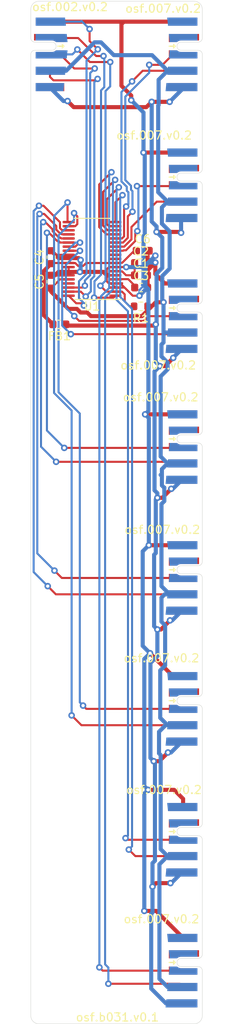
<source format=kicad_pcb>
(kicad_pcb (version 20171130) (host pcbnew "(5.1.9)-1")

  (general
    (thickness 1.6)
    (drawings 28)
    (tracks 585)
    (zones 0)
    (modules 18)
    (nets 28)
  )

  (page A4)
  (layers
    (0 F.Cu signal)
    (31 B.Cu signal)
    (32 B.Adhes user)
    (33 F.Adhes user)
    (34 B.Paste user)
    (35 F.Paste user)
    (36 B.SilkS user)
    (37 F.SilkS user)
    (38 B.Mask user)
    (39 F.Mask user)
    (40 Dwgs.User user)
    (41 Cmts.User user)
    (42 Eco1.User user)
    (43 Eco2.User user)
    (44 Edge.Cuts user)
    (45 Margin user)
    (46 B.CrtYd user)
    (47 F.CrtYd user)
    (48 B.Fab user)
    (49 F.Fab user)
  )

  (setup
    (last_trace_width 0.25)
    (user_trace_width 0.5)
    (trace_clearance 0.2)
    (zone_clearance 0.508)
    (zone_45_only no)
    (trace_min 0.2)
    (via_size 0.8)
    (via_drill 0.4)
    (via_min_size 0.4)
    (via_min_drill 0.3)
    (uvia_size 0.3)
    (uvia_drill 0.1)
    (uvias_allowed no)
    (uvia_min_size 0.2)
    (uvia_min_drill 0.1)
    (edge_width 0.05)
    (segment_width 0.2)
    (pcb_text_width 0.3)
    (pcb_text_size 1.5 1.5)
    (mod_edge_width 0.12)
    (mod_text_size 1 1)
    (mod_text_width 0.15)
    (pad_size 1.524 1.524)
    (pad_drill 0.762)
    (pad_to_mask_clearance 0.051)
    (solder_mask_min_width 0.25)
    (aux_axis_origin 0 0)
    (visible_elements 7FFFFFFF)
    (pcbplotparams
      (layerselection 0x010fc_ffffffff)
      (usegerberextensions false)
      (usegerberattributes false)
      (usegerberadvancedattributes false)
      (creategerberjobfile false)
      (excludeedgelayer true)
      (linewidth 0.100000)
      (plotframeref false)
      (viasonmask false)
      (mode 1)
      (useauxorigin false)
      (hpglpennumber 1)
      (hpglpenspeed 20)
      (hpglpendiameter 15.000000)
      (psnegative false)
      (psa4output false)
      (plotreference true)
      (plotvalue true)
      (plotinvisibletext false)
      (padsonsilk false)
      (subtractmaskfromsilk false)
      (outputformat 1)
      (mirror false)
      (drillshape 1)
      (scaleselection 1)
      (outputdirectory ""))
  )

  (net 0 "")
  (net 1 GND)
  (net 2 "Net-(C1-Pad1)")
  (net 3 "Net-(C3-Pad1)")
  (net 4 "Net-(C4-Pad1)")
  (net 5 +5V)
  (net 6 "Net-(J1-Pad3)")
  (net 7 "Net-(J1-Pad4)")
  (net 8 "Net-(J1-Pad2)")
  (net 9 "Net-(J1-Pad6)")
  (net 10 "Net-(J1-Pad8)")
  (net 11 "Net-(J2-Pad4)")
  (net 12 "Net-(J2-Pad3)")
  (net 13 +3V3)
  (net 14 "Net-(J3-Pad3)")
  (net 15 "Net-(J3-Pad4)")
  (net 16 "Net-(J4-Pad3)")
  (net 17 "Net-(J4-Pad4)")
  (net 18 "Net-(J5-Pad3)")
  (net 19 "Net-(J5-Pad4)")
  (net 20 "Net-(J6-Pad3)")
  (net 21 "Net-(J6-Pad4)")
  (net 22 "Net-(J7-Pad3)")
  (net 23 "Net-(J7-Pad4)")
  (net 24 "Net-(J8-Pad3)")
  (net 25 "Net-(J8-Pad4)")
  (net 26 "Net-(J9-Pad3)")
  (net 27 "Net-(J9-Pad4)")

  (net_class Default "This is the default net class."
    (clearance 0.2)
    (trace_width 0.25)
    (via_dia 0.8)
    (via_drill 0.4)
    (uvia_dia 0.3)
    (uvia_drill 0.1)
    (add_net +3V3)
    (add_net +5V)
    (add_net GND)
    (add_net "Net-(C1-Pad1)")
    (add_net "Net-(C3-Pad1)")
    (add_net "Net-(C4-Pad1)")
    (add_net "Net-(J1-Pad2)")
    (add_net "Net-(J1-Pad3)")
    (add_net "Net-(J1-Pad4)")
    (add_net "Net-(J1-Pad6)")
    (add_net "Net-(J1-Pad8)")
    (add_net "Net-(J2-Pad3)")
    (add_net "Net-(J2-Pad4)")
    (add_net "Net-(J3-Pad3)")
    (add_net "Net-(J3-Pad4)")
    (add_net "Net-(J4-Pad3)")
    (add_net "Net-(J4-Pad4)")
    (add_net "Net-(J5-Pad3)")
    (add_net "Net-(J5-Pad4)")
    (add_net "Net-(J6-Pad3)")
    (add_net "Net-(J6-Pad4)")
    (add_net "Net-(J7-Pad3)")
    (add_net "Net-(J7-Pad4)")
    (add_net "Net-(J8-Pad3)")
    (add_net "Net-(J8-Pad4)")
    (add_net "Net-(J9-Pad3)")
    (add_net "Net-(J9-Pad4)")
  )

  (module Package_SO:TSSOP-38_4.4x9.7mm_P0.5mm (layer F.Cu) (tedit 5E476F32) (tstamp 6093829C)
    (at 92.5 76.5 180)
    (descr "TSSOP, 38 Pin (JEDEC MO-153 Var BD https://www.jedec.org/document_search?search_api_views_fulltext=MO-153), generated with kicad-footprint-generator ipc_gullwing_generator.py")
    (tags "TSSOP SO")
    (path /60940696)
    (attr smd)
    (fp_text reference U1 (at 0 -5.8) (layer F.SilkS)
      (effects (font (size 1 1) (thickness 0.15)))
    )
    (fp_text value ADS8688 (at 0 5.8) (layer F.Fab)
      (effects (font (size 1 1) (thickness 0.15)))
    )
    (fp_line (start 0 4.96) (end 2.2 4.96) (layer F.SilkS) (width 0.12))
    (fp_line (start 0 4.96) (end -2.2 4.96) (layer F.SilkS) (width 0.12))
    (fp_line (start 0 -4.96) (end 2.2 -4.96) (layer F.SilkS) (width 0.12))
    (fp_line (start 0 -4.96) (end -3.6 -4.96) (layer F.SilkS) (width 0.12))
    (fp_line (start -1.2 -4.85) (end 2.2 -4.85) (layer F.Fab) (width 0.1))
    (fp_line (start 2.2 -4.85) (end 2.2 4.85) (layer F.Fab) (width 0.1))
    (fp_line (start 2.2 4.85) (end -2.2 4.85) (layer F.Fab) (width 0.1))
    (fp_line (start -2.2 4.85) (end -2.2 -3.85) (layer F.Fab) (width 0.1))
    (fp_line (start -2.2 -3.85) (end -1.2 -4.85) (layer F.Fab) (width 0.1))
    (fp_line (start -3.85 -5.1) (end -3.85 5.1) (layer F.CrtYd) (width 0.05))
    (fp_line (start -3.85 5.1) (end 3.85 5.1) (layer F.CrtYd) (width 0.05))
    (fp_line (start 3.85 5.1) (end 3.85 -5.1) (layer F.CrtYd) (width 0.05))
    (fp_line (start 3.85 -5.1) (end -3.85 -5.1) (layer F.CrtYd) (width 0.05))
    (fp_text user %R (at 0 0) (layer F.Fab)
      (effects (font (size 1 1) (thickness 0.15)))
    )
    (pad 1 smd roundrect (at -2.8625 -4.5 180) (size 1.475 0.3) (layers F.Cu F.Paste F.Mask) (roundrect_rratio 0.25)
      (net 8 "Net-(J1-Pad2)"))
    (pad 2 smd roundrect (at -2.8625 -4 180) (size 1.475 0.3) (layers F.Cu F.Paste F.Mask) (roundrect_rratio 0.25)
      (net 10 "Net-(J1-Pad8)"))
    (pad 3 smd roundrect (at -2.8625 -3.5 180) (size 1.475 0.3) (layers F.Cu F.Paste F.Mask) (roundrect_rratio 0.25)
      (net 1 GND))
    (pad 4 smd roundrect (at -2.8625 -3 180) (size 1.475 0.3) (layers F.Cu F.Paste F.Mask) (roundrect_rratio 0.25)
      (net 1 GND))
    (pad 5 smd roundrect (at -2.8625 -2.5 180) (size 1.475 0.3) (layers F.Cu F.Paste F.Mask) (roundrect_rratio 0.25)
      (net 3 "Net-(C3-Pad1)"))
    (pad 6 smd roundrect (at -2.8625 -2 180) (size 1.475 0.3) (layers F.Cu F.Paste F.Mask) (roundrect_rratio 0.25)
      (net 1 GND))
    (pad 7 smd roundrect (at -2.8625 -1.5 180) (size 1.475 0.3) (layers F.Cu F.Paste F.Mask) (roundrect_rratio 0.25)
      (net 2 "Net-(C1-Pad1)"))
    (pad 8 smd roundrect (at -2.8625 -1 180) (size 1.475 0.3) (layers F.Cu F.Paste F.Mask) (roundrect_rratio 0.25)
      (net 1 GND))
    (pad 9 smd roundrect (at -2.8625 -0.5 180) (size 1.475 0.3) (layers F.Cu F.Paste F.Mask) (roundrect_rratio 0.25)
      (net 4 "Net-(C4-Pad1)"))
    (pad 10 smd roundrect (at -2.8625 0 180) (size 1.475 0.3) (layers F.Cu F.Paste F.Mask) (roundrect_rratio 0.25))
    (pad 11 smd roundrect (at -2.8625 0.5 180) (size 1.475 0.3) (layers F.Cu F.Paste F.Mask) (roundrect_rratio 0.25))
    (pad 12 smd roundrect (at -2.8625 1 180) (size 1.475 0.3) (layers F.Cu F.Paste F.Mask) (roundrect_rratio 0.25)
      (net 12 "Net-(J2-Pad3)"))
    (pad 13 smd roundrect (at -2.8625 1.5 180) (size 1.475 0.3) (layers F.Cu F.Paste F.Mask) (roundrect_rratio 0.25)
      (net 11 "Net-(J2-Pad4)"))
    (pad 14 smd roundrect (at -2.8625 2 180) (size 1.475 0.3) (layers F.Cu F.Paste F.Mask) (roundrect_rratio 0.25)
      (net 20 "Net-(J6-Pad3)"))
    (pad 15 smd roundrect (at -2.8625 2.5 180) (size 1.475 0.3) (layers F.Cu F.Paste F.Mask) (roundrect_rratio 0.25)
      (net 21 "Net-(J6-Pad4)"))
    (pad 16 smd roundrect (at -2.8625 3 180) (size 1.475 0.3) (layers F.Cu F.Paste F.Mask) (roundrect_rratio 0.25)
      (net 14 "Net-(J3-Pad3)"))
    (pad 17 smd roundrect (at -2.8625 3.5 180) (size 1.475 0.3) (layers F.Cu F.Paste F.Mask) (roundrect_rratio 0.25)
      (net 15 "Net-(J3-Pad4)"))
    (pad 18 smd roundrect (at -2.8625 4 180) (size 1.475 0.3) (layers F.Cu F.Paste F.Mask) (roundrect_rratio 0.25)
      (net 22 "Net-(J7-Pad3)"))
    (pad 19 smd roundrect (at -2.8625 4.5 180) (size 1.475 0.3) (layers F.Cu F.Paste F.Mask) (roundrect_rratio 0.25)
      (net 23 "Net-(J7-Pad4)"))
    (pad 20 smd roundrect (at 2.8625 4.5 180) (size 1.475 0.3) (layers F.Cu F.Paste F.Mask) (roundrect_rratio 0.25)
      (net 17 "Net-(J4-Pad4)"))
    (pad 21 smd roundrect (at 2.8625 4 180) (size 1.475 0.3) (layers F.Cu F.Paste F.Mask) (roundrect_rratio 0.25)
      (net 16 "Net-(J4-Pad3)"))
    (pad 22 smd roundrect (at 2.8625 3.5 180) (size 1.475 0.3) (layers F.Cu F.Paste F.Mask) (roundrect_rratio 0.25)
      (net 25 "Net-(J8-Pad4)"))
    (pad 23 smd roundrect (at 2.8625 3 180) (size 1.475 0.3) (layers F.Cu F.Paste F.Mask) (roundrect_rratio 0.25)
      (net 24 "Net-(J8-Pad3)"))
    (pad 24 smd roundrect (at 2.8625 2.5 180) (size 1.475 0.3) (layers F.Cu F.Paste F.Mask) (roundrect_rratio 0.25)
      (net 19 "Net-(J5-Pad4)"))
    (pad 25 smd roundrect (at 2.8625 2 180) (size 1.475 0.3) (layers F.Cu F.Paste F.Mask) (roundrect_rratio 0.25)
      (net 18 "Net-(J5-Pad3)"))
    (pad 26 smd roundrect (at 2.8625 1.5 180) (size 1.475 0.3) (layers F.Cu F.Paste F.Mask) (roundrect_rratio 0.25)
      (net 27 "Net-(J9-Pad4)"))
    (pad 27 smd roundrect (at 2.8625 1 180) (size 1.475 0.3) (layers F.Cu F.Paste F.Mask) (roundrect_rratio 0.25)
      (net 26 "Net-(J9-Pad3)"))
    (pad 28 smd roundrect (at 2.8625 0.5 180) (size 1.475 0.3) (layers F.Cu F.Paste F.Mask) (roundrect_rratio 0.25)
      (net 1 GND))
    (pad 29 smd roundrect (at 2.8625 0 180) (size 1.475 0.3) (layers F.Cu F.Paste F.Mask) (roundrect_rratio 0.25)
      (net 1 GND))
    (pad 30 smd roundrect (at 2.8625 -0.5 180) (size 1.475 0.3) (layers F.Cu F.Paste F.Mask) (roundrect_rratio 0.25)
      (net 4 "Net-(C4-Pad1)"))
    (pad 31 smd roundrect (at 2.8625 -1 180) (size 1.475 0.3) (layers F.Cu F.Paste F.Mask) (roundrect_rratio 0.25)
      (net 1 GND))
    (pad 32 smd roundrect (at 2.8625 -1.5 180) (size 1.475 0.3) (layers F.Cu F.Paste F.Mask) (roundrect_rratio 0.25)
      (net 1 GND))
    (pad 33 smd roundrect (at 2.8625 -2 180) (size 1.475 0.3) (layers F.Cu F.Paste F.Mask) (roundrect_rratio 0.25)
      (net 1 GND))
    (pad 34 smd roundrect (at 2.8625 -2.5 180) (size 1.475 0.3) (layers F.Cu F.Paste F.Mask) (roundrect_rratio 0.25)
      (net 13 +3V3))
    (pad 35 smd roundrect (at 2.8625 -3 180) (size 1.475 0.3) (layers F.Cu F.Paste F.Mask) (roundrect_rratio 0.25))
    (pad 36 smd roundrect (at 2.8625 -3.5 180) (size 1.475 0.3) (layers F.Cu F.Paste F.Mask) (roundrect_rratio 0.25)
      (net 6 "Net-(J1-Pad3)"))
    (pad 37 smd roundrect (at 2.8625 -4 180) (size 1.475 0.3) (layers F.Cu F.Paste F.Mask) (roundrect_rratio 0.25)
      (net 7 "Net-(J1-Pad4)"))
    (pad 38 smd roundrect (at 2.8625 -4.5 180) (size 1.475 0.3) (layers F.Cu F.Paste F.Mask) (roundrect_rratio 0.25)
      (net 9 "Net-(J1-Pad6)"))
    (model ${KISYS3DMOD}/Package_SO.3dshapes/TSSOP-38_4.4x9.7mm_P0.5mm.wrl
      (at (xyz 0 0 0))
      (scale (xyz 1 1 1))
      (rotate (xyz 0 0 0))
    )
  )

  (module on_edge:on_edge_2x05_host (layer F.Cu) (tedit 607DF692) (tstamp 60938044)
    (at 106 83.5 270)
    (path /60997225)
    (attr virtual)
    (fp_text reference J9 (at 0.05 -3.2 180 unlocked) (layer F.Fab)
      (effects (font (size 0.5 0.5) (thickness 0.125)))
    )
    (fp_text value 007_ADC_2x5 (at -1.2 -2 90) (layer F.Fab)
      (effects (font (size 1 1) (thickness 0.15)))
    )
    (fp_line (start 5 -0.5) (end 5 5) (layer B.CrtYd) (width 0.05))
    (fp_line (start -5 -0.5) (end 5 -0.5) (layer B.CrtYd) (width 0.05))
    (fp_line (start -5 5) (end -5 -0.5) (layer B.CrtYd) (width 0.05))
    (fp_line (start 5 5) (end -5 5) (layer B.CrtYd) (width 0.05))
    (fp_line (start -5 -0.5) (end -5 5) (layer F.CrtYd) (width 0.05))
    (fp_line (start 5 -0.5) (end -5 -0.5) (layer F.CrtYd) (width 0.05))
    (fp_line (start 5 5) (end 5 -0.5) (layer F.CrtYd) (width 0.05))
    (fp_line (start -5 5) (end 5 5) (layer F.CrtYd) (width 0.05))
    (fp_line (start 0 0) (end 4 0) (layer Edge.Cuts) (width 0.05))
    (fp_line (start -4 0) (end -2 0) (layer Edge.Cuts) (width 0.05))
    (fp_line (start -0.5 2.6) (end -0.5 0.5) (layer Edge.Cuts) (width 0.05))
    (fp_line (start -1.5 0.5) (end -1.5 2.6) (layer Edge.Cuts) (width 0.05))
    (fp_line (start -1 3.323) (end -1.2 3.523) (layer F.SilkS) (width 0.153))
    (fp_line (start -0.8 3.523) (end -1 3.323) (layer F.SilkS) (width 0.153))
    (fp_line (start -1 4.05) (end -1 3.323) (layer F.SilkS) (width 0.153))
    (fp_arc (start -1 2.6) (end -1.5 2.6) (angle -180) (layer Edge.Cuts) (width 0.05))
    (fp_arc (start -2 0.5) (end -1.5 0.5) (angle -90) (layer Edge.Cuts) (width 0.05))
    (fp_arc (start 0 0.5) (end 0 0) (angle -90) (layer Edge.Cuts) (width 0.05))
    (pad 1 smd rect (at -4 2.35 270) (size 1 3.5) (layers F.Cu F.Mask)
      (net 1 GND) (zone_connect 0))
    (pad 5 smd rect (at 4 2.35 270) (size 1 3.5) (layers F.Cu F.Mask)
      (zone_connect 0))
    (pad 6 smd custom (at -4 2.4 90) (size 1 3.6) (layers B.Cu B.Mask)
      (zone_connect 0)
      (options (clearance outline) (anchor rect))
      (primitives
        (gr_poly (pts
           (xy 0.5 -1.8) (xy 0.5 -1.9) (xy -0.5 -1.8)) (width 0))
      ))
    (pad 9 smd custom (at 2 2.4 90) (size 1 3.6) (layers B.Cu B.Mask)
      (net 13 +3V3) (zone_connect 0)
      (options (clearance outline) (anchor rect))
      (primitives
        (gr_poly (pts
           (xy 0.5 -1.8) (xy -0.5 -1.9) (xy -0.5 -1.8)) (width 0))
      ))
    (pad 10 smd custom (at 4 2.5 90) (size 1 3.8) (layers B.Cu B.Mask)
      (net 5 +5V) (zone_connect 0)
      (options (clearance outline) (anchor rect))
      (primitives
        (gr_poly (pts
           (xy 0.5 -1.9) (xy -0.5 -2) (xy -0.5 -1.9)) (width 0))
      ))
    (pad 4 smd rect (at 2 2.35 270) (size 1 3.5) (layers F.Cu F.Mask)
      (net 27 "Net-(J9-Pad4)") (zone_connect 0))
    (pad 7 smd custom (at -2 2.1 90) (size 0.4 0.4) (layers B.Cu B.Mask)
      (zone_connect 0)
      (options (clearance outline) (anchor rect))
      (primitives
        (gr_poly (pts
           (xy -0.3 -0.51) (xy -0.31 -0.62) (xy -0.33 -0.7) (xy -0.35 -0.76) (xy -0.37 -0.81)
           (xy -0.4 -0.86) (xy -0.44 -0.92) (xy -0.48 -0.97) (xy -0.5 -0.99) (xy -0.5 -1.9)
           (xy 0.5 -2) (xy 0.5 1.5) (xy -0.3 1.5)) (width 0))
      ))
    (pad 8 smd custom (at 0 2.1 90) (size 0.4 0.4) (layers B.Cu B.Mask)
      (zone_connect 0)
      (options (clearance outline) (anchor rect))
      (primitives
        (gr_poly (pts
           (xy 0.3 -0.51) (xy 0.31 -0.62) (xy 0.33 -0.7) (xy 0.35 -0.76) (xy 0.37 -0.81)
           (xy 0.4 -0.86) (xy 0.44 -0.92) (xy 0.48 -0.97) (xy 0.5 -0.99) (xy 0.5 -1.9)
           (xy -0.5 -2) (xy -0.5 1.5) (xy 0.3 1.5)) (width 0))
      ))
    (pad 3 smd custom (at 0 3.6 270) (size 1 1) (layers F.Cu F.Mask)
      (net 26 "Net-(J9-Pad3)") (zone_connect 0)
      (options (clearance outline) (anchor rect))
      (primitives
        (gr_poly (pts
           (xy -0.3 -0.99) (xy -0.31 -0.88) (xy -0.33 -0.8) (xy -0.35 -0.74) (xy -0.37 -0.69)
           (xy -0.4 -0.64) (xy -0.44 -0.58) (xy -0.48 -0.53) (xy -0.5 -0.51) (xy -0.5 0.5)
           (xy 0.5 0.5) (xy 0.5 -3) (xy -0.3 -3)) (width 0))
      ))
    (pad 2 smd custom (at -2 3.6 270) (size 1 1) (layers F.Cu F.Mask)
      (zone_connect 0)
      (options (clearance outline) (anchor rect))
      (primitives
        (gr_poly (pts
           (xy 0.3 -0.99) (xy 0.31 -0.88) (xy 0.33 -0.8) (xy 0.35 -0.74) (xy 0.37 -0.69)
           (xy 0.4 -0.64) (xy 0.44 -0.58) (xy 0.48 -0.53) (xy 0.5 -0.51) (xy 0.5 0.5)
           (xy -0.5 0.5) (xy -0.5 -3.2) (xy 0.3 -3.2)) (width 0))
      ))
  )

  (module on_edge:on_edge_2x05_host (layer F.Cu) (tedit 607DF692) (tstamp 60938024)
    (at 106 115.5 270)
    (path /609AAD4F)
    (attr virtual)
    (fp_text reference J8 (at 0.05 -3.2 180 unlocked) (layer F.Fab)
      (effects (font (size 0.5 0.5) (thickness 0.125)))
    )
    (fp_text value 007_ADC_2x5 (at -1.2 -2 90) (layer F.Fab)
      (effects (font (size 1 1) (thickness 0.15)))
    )
    (fp_line (start 5 -0.5) (end 5 5) (layer B.CrtYd) (width 0.05))
    (fp_line (start -5 -0.5) (end 5 -0.5) (layer B.CrtYd) (width 0.05))
    (fp_line (start -5 5) (end -5 -0.5) (layer B.CrtYd) (width 0.05))
    (fp_line (start 5 5) (end -5 5) (layer B.CrtYd) (width 0.05))
    (fp_line (start -5 -0.5) (end -5 5) (layer F.CrtYd) (width 0.05))
    (fp_line (start 5 -0.5) (end -5 -0.5) (layer F.CrtYd) (width 0.05))
    (fp_line (start 5 5) (end 5 -0.5) (layer F.CrtYd) (width 0.05))
    (fp_line (start -5 5) (end 5 5) (layer F.CrtYd) (width 0.05))
    (fp_line (start 0 0) (end 4 0) (layer Edge.Cuts) (width 0.05))
    (fp_line (start -4 0) (end -2 0) (layer Edge.Cuts) (width 0.05))
    (fp_line (start -0.5 2.6) (end -0.5 0.5) (layer Edge.Cuts) (width 0.05))
    (fp_line (start -1.5 0.5) (end -1.5 2.6) (layer Edge.Cuts) (width 0.05))
    (fp_line (start -1 3.323) (end -1.2 3.523) (layer F.SilkS) (width 0.153))
    (fp_line (start -0.8 3.523) (end -1 3.323) (layer F.SilkS) (width 0.153))
    (fp_line (start -1 4.05) (end -1 3.323) (layer F.SilkS) (width 0.153))
    (fp_arc (start -1 2.6) (end -1.5 2.6) (angle -180) (layer Edge.Cuts) (width 0.05))
    (fp_arc (start -2 0.5) (end -1.5 0.5) (angle -90) (layer Edge.Cuts) (width 0.05))
    (fp_arc (start 0 0.5) (end 0 0) (angle -90) (layer Edge.Cuts) (width 0.05))
    (pad 1 smd rect (at -4 2.35 270) (size 1 3.5) (layers F.Cu F.Mask)
      (net 1 GND) (zone_connect 0))
    (pad 5 smd rect (at 4 2.35 270) (size 1 3.5) (layers F.Cu F.Mask)
      (zone_connect 0))
    (pad 6 smd custom (at -4 2.4 90) (size 1 3.6) (layers B.Cu B.Mask)
      (zone_connect 0)
      (options (clearance outline) (anchor rect))
      (primitives
        (gr_poly (pts
           (xy 0.5 -1.8) (xy 0.5 -1.9) (xy -0.5 -1.8)) (width 0))
      ))
    (pad 9 smd custom (at 2 2.4 90) (size 1 3.6) (layers B.Cu B.Mask)
      (net 13 +3V3) (zone_connect 0)
      (options (clearance outline) (anchor rect))
      (primitives
        (gr_poly (pts
           (xy 0.5 -1.8) (xy -0.5 -1.9) (xy -0.5 -1.8)) (width 0))
      ))
    (pad 10 smd custom (at 4 2.5 90) (size 1 3.8) (layers B.Cu B.Mask)
      (net 5 +5V) (zone_connect 0)
      (options (clearance outline) (anchor rect))
      (primitives
        (gr_poly (pts
           (xy 0.5 -1.9) (xy -0.5 -2) (xy -0.5 -1.9)) (width 0))
      ))
    (pad 4 smd rect (at 2 2.35 270) (size 1 3.5) (layers F.Cu F.Mask)
      (net 25 "Net-(J8-Pad4)") (zone_connect 0))
    (pad 7 smd custom (at -2 2.1 90) (size 0.4 0.4) (layers B.Cu B.Mask)
      (zone_connect 0)
      (options (clearance outline) (anchor rect))
      (primitives
        (gr_poly (pts
           (xy -0.3 -0.51) (xy -0.31 -0.62) (xy -0.33 -0.7) (xy -0.35 -0.76) (xy -0.37 -0.81)
           (xy -0.4 -0.86) (xy -0.44 -0.92) (xy -0.48 -0.97) (xy -0.5 -0.99) (xy -0.5 -1.9)
           (xy 0.5 -2) (xy 0.5 1.5) (xy -0.3 1.5)) (width 0))
      ))
    (pad 8 smd custom (at 0 2.1 90) (size 0.4 0.4) (layers B.Cu B.Mask)
      (zone_connect 0)
      (options (clearance outline) (anchor rect))
      (primitives
        (gr_poly (pts
           (xy 0.3 -0.51) (xy 0.31 -0.62) (xy 0.33 -0.7) (xy 0.35 -0.76) (xy 0.37 -0.81)
           (xy 0.4 -0.86) (xy 0.44 -0.92) (xy 0.48 -0.97) (xy 0.5 -0.99) (xy 0.5 -1.9)
           (xy -0.5 -2) (xy -0.5 1.5) (xy 0.3 1.5)) (width 0))
      ))
    (pad 3 smd custom (at 0 3.6 270) (size 1 1) (layers F.Cu F.Mask)
      (net 24 "Net-(J8-Pad3)") (zone_connect 0)
      (options (clearance outline) (anchor rect))
      (primitives
        (gr_poly (pts
           (xy -0.3 -0.99) (xy -0.31 -0.88) (xy -0.33 -0.8) (xy -0.35 -0.74) (xy -0.37 -0.69)
           (xy -0.4 -0.64) (xy -0.44 -0.58) (xy -0.48 -0.53) (xy -0.5 -0.51) (xy -0.5 0.5)
           (xy 0.5 0.5) (xy 0.5 -3) (xy -0.3 -3)) (width 0))
      ))
    (pad 2 smd custom (at -2 3.6 270) (size 1 1) (layers F.Cu F.Mask)
      (zone_connect 0)
      (options (clearance outline) (anchor rect))
      (primitives
        (gr_poly (pts
           (xy 0.3 -0.99) (xy 0.31 -0.88) (xy 0.33 -0.8) (xy 0.35 -0.74) (xy 0.37 -0.69)
           (xy 0.4 -0.64) (xy 0.44 -0.58) (xy 0.48 -0.53) (xy 0.5 -0.51) (xy 0.5 0.5)
           (xy -0.5 0.5) (xy -0.5 -3.2) (xy 0.3 -3.2)) (width 0))
      ))
  )

  (module on_edge:on_edge_2x05_host (layer F.Cu) (tedit 607DF692) (tstamp 60938004)
    (at 106 147.5 270)
    (path /609AAD93)
    (attr virtual)
    (fp_text reference J7 (at 0.05 -3.2 180 unlocked) (layer F.Fab)
      (effects (font (size 0.5 0.5) (thickness 0.125)))
    )
    (fp_text value 007_ADC_2x5 (at -1.2 -2 90) (layer F.Fab)
      (effects (font (size 1 1) (thickness 0.15)))
    )
    (fp_line (start 5 -0.5) (end 5 5) (layer B.CrtYd) (width 0.05))
    (fp_line (start -5 -0.5) (end 5 -0.5) (layer B.CrtYd) (width 0.05))
    (fp_line (start -5 5) (end -5 -0.5) (layer B.CrtYd) (width 0.05))
    (fp_line (start 5 5) (end -5 5) (layer B.CrtYd) (width 0.05))
    (fp_line (start -5 -0.5) (end -5 5) (layer F.CrtYd) (width 0.05))
    (fp_line (start 5 -0.5) (end -5 -0.5) (layer F.CrtYd) (width 0.05))
    (fp_line (start 5 5) (end 5 -0.5) (layer F.CrtYd) (width 0.05))
    (fp_line (start -5 5) (end 5 5) (layer F.CrtYd) (width 0.05))
    (fp_line (start 0 0) (end 4 0) (layer Edge.Cuts) (width 0.05))
    (fp_line (start -4 0) (end -2 0) (layer Edge.Cuts) (width 0.05))
    (fp_line (start -0.5 2.6) (end -0.5 0.5) (layer Edge.Cuts) (width 0.05))
    (fp_line (start -1.5 0.5) (end -1.5 2.6) (layer Edge.Cuts) (width 0.05))
    (fp_line (start -1 3.323) (end -1.2 3.523) (layer F.SilkS) (width 0.153))
    (fp_line (start -0.8 3.523) (end -1 3.323) (layer F.SilkS) (width 0.153))
    (fp_line (start -1 4.05) (end -1 3.323) (layer F.SilkS) (width 0.153))
    (fp_arc (start -1 2.6) (end -1.5 2.6) (angle -180) (layer Edge.Cuts) (width 0.05))
    (fp_arc (start -2 0.5) (end -1.5 0.5) (angle -90) (layer Edge.Cuts) (width 0.05))
    (fp_arc (start 0 0.5) (end 0 0) (angle -90) (layer Edge.Cuts) (width 0.05))
    (pad 1 smd rect (at -4 2.35 270) (size 1 3.5) (layers F.Cu F.Mask)
      (net 1 GND) (zone_connect 0))
    (pad 5 smd rect (at 4 2.35 270) (size 1 3.5) (layers F.Cu F.Mask)
      (zone_connect 0))
    (pad 6 smd custom (at -4 2.4 90) (size 1 3.6) (layers B.Cu B.Mask)
      (zone_connect 0)
      (options (clearance outline) (anchor rect))
      (primitives
        (gr_poly (pts
           (xy 0.5 -1.8) (xy 0.5 -1.9) (xy -0.5 -1.8)) (width 0))
      ))
    (pad 9 smd custom (at 2 2.4 90) (size 1 3.6) (layers B.Cu B.Mask)
      (net 13 +3V3) (zone_connect 0)
      (options (clearance outline) (anchor rect))
      (primitives
        (gr_poly (pts
           (xy 0.5 -1.8) (xy -0.5 -1.9) (xy -0.5 -1.8)) (width 0))
      ))
    (pad 10 smd custom (at 4 2.5 90) (size 1 3.8) (layers B.Cu B.Mask)
      (net 5 +5V) (zone_connect 0)
      (options (clearance outline) (anchor rect))
      (primitives
        (gr_poly (pts
           (xy 0.5 -1.9) (xy -0.5 -2) (xy -0.5 -1.9)) (width 0))
      ))
    (pad 4 smd rect (at 2 2.35 270) (size 1 3.5) (layers F.Cu F.Mask)
      (net 23 "Net-(J7-Pad4)") (zone_connect 0))
    (pad 7 smd custom (at -2 2.1 90) (size 0.4 0.4) (layers B.Cu B.Mask)
      (zone_connect 0)
      (options (clearance outline) (anchor rect))
      (primitives
        (gr_poly (pts
           (xy -0.3 -0.51) (xy -0.31 -0.62) (xy -0.33 -0.7) (xy -0.35 -0.76) (xy -0.37 -0.81)
           (xy -0.4 -0.86) (xy -0.44 -0.92) (xy -0.48 -0.97) (xy -0.5 -0.99) (xy -0.5 -1.9)
           (xy 0.5 -2) (xy 0.5 1.5) (xy -0.3 1.5)) (width 0))
      ))
    (pad 8 smd custom (at 0 2.1 90) (size 0.4 0.4) (layers B.Cu B.Mask)
      (zone_connect 0)
      (options (clearance outline) (anchor rect))
      (primitives
        (gr_poly (pts
           (xy 0.3 -0.51) (xy 0.31 -0.62) (xy 0.33 -0.7) (xy 0.35 -0.76) (xy 0.37 -0.81)
           (xy 0.4 -0.86) (xy 0.44 -0.92) (xy 0.48 -0.97) (xy 0.5 -0.99) (xy 0.5 -1.9)
           (xy -0.5 -2) (xy -0.5 1.5) (xy 0.3 1.5)) (width 0))
      ))
    (pad 3 smd custom (at 0 3.6 270) (size 1 1) (layers F.Cu F.Mask)
      (net 22 "Net-(J7-Pad3)") (zone_connect 0)
      (options (clearance outline) (anchor rect))
      (primitives
        (gr_poly (pts
           (xy -0.3 -0.99) (xy -0.31 -0.88) (xy -0.33 -0.8) (xy -0.35 -0.74) (xy -0.37 -0.69)
           (xy -0.4 -0.64) (xy -0.44 -0.58) (xy -0.48 -0.53) (xy -0.5 -0.51) (xy -0.5 0.5)
           (xy 0.5 0.5) (xy 0.5 -3) (xy -0.3 -3)) (width 0))
      ))
    (pad 2 smd custom (at -2 3.6 270) (size 1 1) (layers F.Cu F.Mask)
      (zone_connect 0)
      (options (clearance outline) (anchor rect))
      (primitives
        (gr_poly (pts
           (xy 0.3 -0.99) (xy 0.31 -0.88) (xy 0.33 -0.8) (xy 0.35 -0.74) (xy 0.37 -0.69)
           (xy 0.4 -0.64) (xy 0.44 -0.58) (xy 0.48 -0.53) (xy 0.5 -0.51) (xy 0.5 0.5)
           (xy -0.5 0.5) (xy -0.5 -3.2) (xy 0.3 -3.2)) (width 0))
      ))
  )

  (module on_edge:on_edge_2x05_host (layer F.Cu) (tedit 607DF692) (tstamp 60937FE4)
    (at 106 51.5 270)
    (path /609923C6)
    (attr virtual)
    (fp_text reference J6 (at 0.05 -3.2 180 unlocked) (layer F.Fab)
      (effects (font (size 0.5 0.5) (thickness 0.125)))
    )
    (fp_text value 007_ADC_2x5 (at -1.2 -2 90) (layer F.Fab)
      (effects (font (size 1 1) (thickness 0.15)))
    )
    (fp_line (start 5 -0.5) (end 5 5) (layer B.CrtYd) (width 0.05))
    (fp_line (start -5 -0.5) (end 5 -0.5) (layer B.CrtYd) (width 0.05))
    (fp_line (start -5 5) (end -5 -0.5) (layer B.CrtYd) (width 0.05))
    (fp_line (start 5 5) (end -5 5) (layer B.CrtYd) (width 0.05))
    (fp_line (start -5 -0.5) (end -5 5) (layer F.CrtYd) (width 0.05))
    (fp_line (start 5 -0.5) (end -5 -0.5) (layer F.CrtYd) (width 0.05))
    (fp_line (start 5 5) (end 5 -0.5) (layer F.CrtYd) (width 0.05))
    (fp_line (start -5 5) (end 5 5) (layer F.CrtYd) (width 0.05))
    (fp_line (start 0 0) (end 4 0) (layer Edge.Cuts) (width 0.05))
    (fp_line (start -4 0) (end -2 0) (layer Edge.Cuts) (width 0.05))
    (fp_line (start -0.5 2.6) (end -0.5 0.5) (layer Edge.Cuts) (width 0.05))
    (fp_line (start -1.5 0.5) (end -1.5 2.6) (layer Edge.Cuts) (width 0.05))
    (fp_line (start -1 3.323) (end -1.2 3.523) (layer F.SilkS) (width 0.153))
    (fp_line (start -0.8 3.523) (end -1 3.323) (layer F.SilkS) (width 0.153))
    (fp_line (start -1 4.05) (end -1 3.323) (layer F.SilkS) (width 0.153))
    (fp_arc (start -1 2.6) (end -1.5 2.6) (angle -180) (layer Edge.Cuts) (width 0.05))
    (fp_arc (start -2 0.5) (end -1.5 0.5) (angle -90) (layer Edge.Cuts) (width 0.05))
    (fp_arc (start 0 0.5) (end 0 0) (angle -90) (layer Edge.Cuts) (width 0.05))
    (pad 1 smd rect (at -4 2.35 270) (size 1 3.5) (layers F.Cu F.Mask)
      (net 1 GND) (zone_connect 0))
    (pad 5 smd rect (at 4 2.35 270) (size 1 3.5) (layers F.Cu F.Mask)
      (zone_connect 0))
    (pad 6 smd custom (at -4 2.4 90) (size 1 3.6) (layers B.Cu B.Mask)
      (zone_connect 0)
      (options (clearance outline) (anchor rect))
      (primitives
        (gr_poly (pts
           (xy 0.5 -1.8) (xy 0.5 -1.9) (xy -0.5 -1.8)) (width 0))
      ))
    (pad 9 smd custom (at 2 2.4 90) (size 1 3.6) (layers B.Cu B.Mask)
      (net 13 +3V3) (zone_connect 0)
      (options (clearance outline) (anchor rect))
      (primitives
        (gr_poly (pts
           (xy 0.5 -1.8) (xy -0.5 -1.9) (xy -0.5 -1.8)) (width 0))
      ))
    (pad 10 smd custom (at 4 2.5 90) (size 1 3.8) (layers B.Cu B.Mask)
      (net 5 +5V) (zone_connect 0)
      (options (clearance outline) (anchor rect))
      (primitives
        (gr_poly (pts
           (xy 0.5 -1.9) (xy -0.5 -2) (xy -0.5 -1.9)) (width 0))
      ))
    (pad 4 smd rect (at 2 2.35 270) (size 1 3.5) (layers F.Cu F.Mask)
      (net 21 "Net-(J6-Pad4)") (zone_connect 0))
    (pad 7 smd custom (at -2 2.1 90) (size 0.4 0.4) (layers B.Cu B.Mask)
      (zone_connect 0)
      (options (clearance outline) (anchor rect))
      (primitives
        (gr_poly (pts
           (xy -0.3 -0.51) (xy -0.31 -0.62) (xy -0.33 -0.7) (xy -0.35 -0.76) (xy -0.37 -0.81)
           (xy -0.4 -0.86) (xy -0.44 -0.92) (xy -0.48 -0.97) (xy -0.5 -0.99) (xy -0.5 -1.9)
           (xy 0.5 -2) (xy 0.5 1.5) (xy -0.3 1.5)) (width 0))
      ))
    (pad 8 smd custom (at 0 2.1 90) (size 0.4 0.4) (layers B.Cu B.Mask)
      (zone_connect 0)
      (options (clearance outline) (anchor rect))
      (primitives
        (gr_poly (pts
           (xy 0.3 -0.51) (xy 0.31 -0.62) (xy 0.33 -0.7) (xy 0.35 -0.76) (xy 0.37 -0.81)
           (xy 0.4 -0.86) (xy 0.44 -0.92) (xy 0.48 -0.97) (xy 0.5 -0.99) (xy 0.5 -1.9)
           (xy -0.5 -2) (xy -0.5 1.5) (xy 0.3 1.5)) (width 0))
      ))
    (pad 3 smd custom (at 0 3.6 270) (size 1 1) (layers F.Cu F.Mask)
      (net 20 "Net-(J6-Pad3)") (zone_connect 0)
      (options (clearance outline) (anchor rect))
      (primitives
        (gr_poly (pts
           (xy -0.3 -0.99) (xy -0.31 -0.88) (xy -0.33 -0.8) (xy -0.35 -0.74) (xy -0.37 -0.69)
           (xy -0.4 -0.64) (xy -0.44 -0.58) (xy -0.48 -0.53) (xy -0.5 -0.51) (xy -0.5 0.5)
           (xy 0.5 0.5) (xy 0.5 -3) (xy -0.3 -3)) (width 0))
      ))
    (pad 2 smd custom (at -2 3.6 270) (size 1 1) (layers F.Cu F.Mask)
      (zone_connect 0)
      (options (clearance outline) (anchor rect))
      (primitives
        (gr_poly (pts
           (xy 0.3 -0.99) (xy 0.31 -0.88) (xy 0.33 -0.8) (xy 0.35 -0.74) (xy 0.37 -0.69)
           (xy 0.4 -0.64) (xy 0.44 -0.58) (xy 0.48 -0.53) (xy 0.5 -0.51) (xy 0.5 0.5)
           (xy -0.5 0.5) (xy -0.5 -3.2) (xy 0.3 -3.2)) (width 0))
      ))
  )

  (module on_edge:on_edge_2x05_host (layer F.Cu) (tedit 607DF692) (tstamp 60937FC4)
    (at 106 99.5 270)
    (path /60997247)
    (attr virtual)
    (fp_text reference J5 (at 0.05 -3.2 180 unlocked) (layer F.Fab)
      (effects (font (size 0.5 0.5) (thickness 0.125)))
    )
    (fp_text value 007_ADC_2x5 (at -1.2 -2 90) (layer F.Fab)
      (effects (font (size 1 1) (thickness 0.15)))
    )
    (fp_line (start 5 -0.5) (end 5 5) (layer B.CrtYd) (width 0.05))
    (fp_line (start -5 -0.5) (end 5 -0.5) (layer B.CrtYd) (width 0.05))
    (fp_line (start -5 5) (end -5 -0.5) (layer B.CrtYd) (width 0.05))
    (fp_line (start 5 5) (end -5 5) (layer B.CrtYd) (width 0.05))
    (fp_line (start -5 -0.5) (end -5 5) (layer F.CrtYd) (width 0.05))
    (fp_line (start 5 -0.5) (end -5 -0.5) (layer F.CrtYd) (width 0.05))
    (fp_line (start 5 5) (end 5 -0.5) (layer F.CrtYd) (width 0.05))
    (fp_line (start -5 5) (end 5 5) (layer F.CrtYd) (width 0.05))
    (fp_line (start 0 0) (end 4 0) (layer Edge.Cuts) (width 0.05))
    (fp_line (start -4 0) (end -2 0) (layer Edge.Cuts) (width 0.05))
    (fp_line (start -0.5 2.6) (end -0.5 0.5) (layer Edge.Cuts) (width 0.05))
    (fp_line (start -1.5 0.5) (end -1.5 2.6) (layer Edge.Cuts) (width 0.05))
    (fp_line (start -1 3.323) (end -1.2 3.523) (layer F.SilkS) (width 0.153))
    (fp_line (start -0.8 3.523) (end -1 3.323) (layer F.SilkS) (width 0.153))
    (fp_line (start -1 4.05) (end -1 3.323) (layer F.SilkS) (width 0.153))
    (fp_arc (start -1 2.6) (end -1.5 2.6) (angle -180) (layer Edge.Cuts) (width 0.05))
    (fp_arc (start -2 0.5) (end -1.5 0.5) (angle -90) (layer Edge.Cuts) (width 0.05))
    (fp_arc (start 0 0.5) (end 0 0) (angle -90) (layer Edge.Cuts) (width 0.05))
    (pad 1 smd rect (at -4 2.35 270) (size 1 3.5) (layers F.Cu F.Mask)
      (net 1 GND) (zone_connect 0))
    (pad 5 smd rect (at 4 2.35 270) (size 1 3.5) (layers F.Cu F.Mask)
      (zone_connect 0))
    (pad 6 smd custom (at -4 2.4 90) (size 1 3.6) (layers B.Cu B.Mask)
      (zone_connect 0)
      (options (clearance outline) (anchor rect))
      (primitives
        (gr_poly (pts
           (xy 0.5 -1.8) (xy 0.5 -1.9) (xy -0.5 -1.8)) (width 0))
      ))
    (pad 9 smd custom (at 2 2.4 90) (size 1 3.6) (layers B.Cu B.Mask)
      (net 13 +3V3) (zone_connect 0)
      (options (clearance outline) (anchor rect))
      (primitives
        (gr_poly (pts
           (xy 0.5 -1.8) (xy -0.5 -1.9) (xy -0.5 -1.8)) (width 0))
      ))
    (pad 10 smd custom (at 4 2.5 90) (size 1 3.8) (layers B.Cu B.Mask)
      (net 5 +5V) (zone_connect 0)
      (options (clearance outline) (anchor rect))
      (primitives
        (gr_poly (pts
           (xy 0.5 -1.9) (xy -0.5 -2) (xy -0.5 -1.9)) (width 0))
      ))
    (pad 4 smd rect (at 2 2.35 270) (size 1 3.5) (layers F.Cu F.Mask)
      (net 19 "Net-(J5-Pad4)") (zone_connect 0))
    (pad 7 smd custom (at -2 2.1 90) (size 0.4 0.4) (layers B.Cu B.Mask)
      (zone_connect 0)
      (options (clearance outline) (anchor rect))
      (primitives
        (gr_poly (pts
           (xy -0.3 -0.51) (xy -0.31 -0.62) (xy -0.33 -0.7) (xy -0.35 -0.76) (xy -0.37 -0.81)
           (xy -0.4 -0.86) (xy -0.44 -0.92) (xy -0.48 -0.97) (xy -0.5 -0.99) (xy -0.5 -1.9)
           (xy 0.5 -2) (xy 0.5 1.5) (xy -0.3 1.5)) (width 0))
      ))
    (pad 8 smd custom (at 0 2.1 90) (size 0.4 0.4) (layers B.Cu B.Mask)
      (zone_connect 0)
      (options (clearance outline) (anchor rect))
      (primitives
        (gr_poly (pts
           (xy 0.3 -0.51) (xy 0.31 -0.62) (xy 0.33 -0.7) (xy 0.35 -0.76) (xy 0.37 -0.81)
           (xy 0.4 -0.86) (xy 0.44 -0.92) (xy 0.48 -0.97) (xy 0.5 -0.99) (xy 0.5 -1.9)
           (xy -0.5 -2) (xy -0.5 1.5) (xy 0.3 1.5)) (width 0))
      ))
    (pad 3 smd custom (at 0 3.6 270) (size 1 1) (layers F.Cu F.Mask)
      (net 18 "Net-(J5-Pad3)") (zone_connect 0)
      (options (clearance outline) (anchor rect))
      (primitives
        (gr_poly (pts
           (xy -0.3 -0.99) (xy -0.31 -0.88) (xy -0.33 -0.8) (xy -0.35 -0.74) (xy -0.37 -0.69)
           (xy -0.4 -0.64) (xy -0.44 -0.58) (xy -0.48 -0.53) (xy -0.5 -0.51) (xy -0.5 0.5)
           (xy 0.5 0.5) (xy 0.5 -3) (xy -0.3 -3)) (width 0))
      ))
    (pad 2 smd custom (at -2 3.6 270) (size 1 1) (layers F.Cu F.Mask)
      (zone_connect 0)
      (options (clearance outline) (anchor rect))
      (primitives
        (gr_poly (pts
           (xy 0.3 -0.99) (xy 0.31 -0.88) (xy 0.33 -0.8) (xy 0.35 -0.74) (xy 0.37 -0.69)
           (xy 0.4 -0.64) (xy 0.44 -0.58) (xy 0.48 -0.53) (xy 0.5 -0.51) (xy 0.5 0.5)
           (xy -0.5 0.5) (xy -0.5 -3.2) (xy 0.3 -3.2)) (width 0))
      ))
  )

  (module on_edge:on_edge_2x05_host (layer F.Cu) (tedit 607DF692) (tstamp 60937FA4)
    (at 106 131.5 270)
    (path /609AAD71)
    (attr virtual)
    (fp_text reference J4 (at 0.05 -3.2 180 unlocked) (layer F.Fab)
      (effects (font (size 0.5 0.5) (thickness 0.125)))
    )
    (fp_text value 007_ADC_2x5 (at -1.2 -2 90) (layer F.Fab)
      (effects (font (size 1 1) (thickness 0.15)))
    )
    (fp_line (start 5 -0.5) (end 5 5) (layer B.CrtYd) (width 0.05))
    (fp_line (start -5 -0.5) (end 5 -0.5) (layer B.CrtYd) (width 0.05))
    (fp_line (start -5 5) (end -5 -0.5) (layer B.CrtYd) (width 0.05))
    (fp_line (start 5 5) (end -5 5) (layer B.CrtYd) (width 0.05))
    (fp_line (start -5 -0.5) (end -5 5) (layer F.CrtYd) (width 0.05))
    (fp_line (start 5 -0.5) (end -5 -0.5) (layer F.CrtYd) (width 0.05))
    (fp_line (start 5 5) (end 5 -0.5) (layer F.CrtYd) (width 0.05))
    (fp_line (start -5 5) (end 5 5) (layer F.CrtYd) (width 0.05))
    (fp_line (start 0 0) (end 4 0) (layer Edge.Cuts) (width 0.05))
    (fp_line (start -4 0) (end -2 0) (layer Edge.Cuts) (width 0.05))
    (fp_line (start -0.5 2.6) (end -0.5 0.5) (layer Edge.Cuts) (width 0.05))
    (fp_line (start -1.5 0.5) (end -1.5 2.6) (layer Edge.Cuts) (width 0.05))
    (fp_line (start -1 3.323) (end -1.2 3.523) (layer F.SilkS) (width 0.153))
    (fp_line (start -0.8 3.523) (end -1 3.323) (layer F.SilkS) (width 0.153))
    (fp_line (start -1 4.05) (end -1 3.323) (layer F.SilkS) (width 0.153))
    (fp_arc (start -1 2.6) (end -1.5 2.6) (angle -180) (layer Edge.Cuts) (width 0.05))
    (fp_arc (start -2 0.5) (end -1.5 0.5) (angle -90) (layer Edge.Cuts) (width 0.05))
    (fp_arc (start 0 0.5) (end 0 0) (angle -90) (layer Edge.Cuts) (width 0.05))
    (pad 1 smd rect (at -4 2.35 270) (size 1 3.5) (layers F.Cu F.Mask)
      (net 1 GND) (zone_connect 0))
    (pad 5 smd rect (at 4 2.35 270) (size 1 3.5) (layers F.Cu F.Mask)
      (zone_connect 0))
    (pad 6 smd custom (at -4 2.4 90) (size 1 3.6) (layers B.Cu B.Mask)
      (zone_connect 0)
      (options (clearance outline) (anchor rect))
      (primitives
        (gr_poly (pts
           (xy 0.5 -1.8) (xy 0.5 -1.9) (xy -0.5 -1.8)) (width 0))
      ))
    (pad 9 smd custom (at 2 2.4 90) (size 1 3.6) (layers B.Cu B.Mask)
      (net 13 +3V3) (zone_connect 0)
      (options (clearance outline) (anchor rect))
      (primitives
        (gr_poly (pts
           (xy 0.5 -1.8) (xy -0.5 -1.9) (xy -0.5 -1.8)) (width 0))
      ))
    (pad 10 smd custom (at 4 2.5 90) (size 1 3.8) (layers B.Cu B.Mask)
      (net 5 +5V) (zone_connect 0)
      (options (clearance outline) (anchor rect))
      (primitives
        (gr_poly (pts
           (xy 0.5 -1.9) (xy -0.5 -2) (xy -0.5 -1.9)) (width 0))
      ))
    (pad 4 smd rect (at 2 2.35 270) (size 1 3.5) (layers F.Cu F.Mask)
      (net 17 "Net-(J4-Pad4)") (zone_connect 0))
    (pad 7 smd custom (at -2 2.1 90) (size 0.4 0.4) (layers B.Cu B.Mask)
      (zone_connect 0)
      (options (clearance outline) (anchor rect))
      (primitives
        (gr_poly (pts
           (xy -0.3 -0.51) (xy -0.31 -0.62) (xy -0.33 -0.7) (xy -0.35 -0.76) (xy -0.37 -0.81)
           (xy -0.4 -0.86) (xy -0.44 -0.92) (xy -0.48 -0.97) (xy -0.5 -0.99) (xy -0.5 -1.9)
           (xy 0.5 -2) (xy 0.5 1.5) (xy -0.3 1.5)) (width 0))
      ))
    (pad 8 smd custom (at 0 2.1 90) (size 0.4 0.4) (layers B.Cu B.Mask)
      (zone_connect 0)
      (options (clearance outline) (anchor rect))
      (primitives
        (gr_poly (pts
           (xy 0.3 -0.51) (xy 0.31 -0.62) (xy 0.33 -0.7) (xy 0.35 -0.76) (xy 0.37 -0.81)
           (xy 0.4 -0.86) (xy 0.44 -0.92) (xy 0.48 -0.97) (xy 0.5 -0.99) (xy 0.5 -1.9)
           (xy -0.5 -2) (xy -0.5 1.5) (xy 0.3 1.5)) (width 0))
      ))
    (pad 3 smd custom (at 0 3.6 270) (size 1 1) (layers F.Cu F.Mask)
      (net 16 "Net-(J4-Pad3)") (zone_connect 0)
      (options (clearance outline) (anchor rect))
      (primitives
        (gr_poly (pts
           (xy -0.3 -0.99) (xy -0.31 -0.88) (xy -0.33 -0.8) (xy -0.35 -0.74) (xy -0.37 -0.69)
           (xy -0.4 -0.64) (xy -0.44 -0.58) (xy -0.48 -0.53) (xy -0.5 -0.51) (xy -0.5 0.5)
           (xy 0.5 0.5) (xy 0.5 -3) (xy -0.3 -3)) (width 0))
      ))
    (pad 2 smd custom (at -2 3.6 270) (size 1 1) (layers F.Cu F.Mask)
      (zone_connect 0)
      (options (clearance outline) (anchor rect))
      (primitives
        (gr_poly (pts
           (xy 0.3 -0.99) (xy 0.31 -0.88) (xy 0.33 -0.8) (xy 0.35 -0.74) (xy 0.37 -0.69)
           (xy 0.4 -0.64) (xy 0.44 -0.58) (xy 0.48 -0.53) (xy 0.5 -0.51) (xy 0.5 0.5)
           (xy -0.5 0.5) (xy -0.5 -3.2) (xy 0.3 -3.2)) (width 0))
      ))
  )

  (module on_edge:on_edge_2x05_host (layer F.Cu) (tedit 607DF692) (tstamp 60937F84)
    (at 106 163.5 270)
    (path /609AADB5)
    (attr virtual)
    (fp_text reference J3 (at 0.05 -3.2 180 unlocked) (layer F.Fab)
      (effects (font (size 0.5 0.5) (thickness 0.125)))
    )
    (fp_text value 007_ADC_2x5 (at -1.2 -2 90) (layer F.Fab)
      (effects (font (size 1 1) (thickness 0.15)))
    )
    (fp_line (start 5 -0.5) (end 5 5) (layer B.CrtYd) (width 0.05))
    (fp_line (start -5 -0.5) (end 5 -0.5) (layer B.CrtYd) (width 0.05))
    (fp_line (start -5 5) (end -5 -0.5) (layer B.CrtYd) (width 0.05))
    (fp_line (start 5 5) (end -5 5) (layer B.CrtYd) (width 0.05))
    (fp_line (start -5 -0.5) (end -5 5) (layer F.CrtYd) (width 0.05))
    (fp_line (start 5 -0.5) (end -5 -0.5) (layer F.CrtYd) (width 0.05))
    (fp_line (start 5 5) (end 5 -0.5) (layer F.CrtYd) (width 0.05))
    (fp_line (start -5 5) (end 5 5) (layer F.CrtYd) (width 0.05))
    (fp_line (start 0 0) (end 4 0) (layer Edge.Cuts) (width 0.05))
    (fp_line (start -4 0) (end -2 0) (layer Edge.Cuts) (width 0.05))
    (fp_line (start -0.5 2.6) (end -0.5 0.5) (layer Edge.Cuts) (width 0.05))
    (fp_line (start -1.5 0.5) (end -1.5 2.6) (layer Edge.Cuts) (width 0.05))
    (fp_line (start -1 3.323) (end -1.2 3.523) (layer F.SilkS) (width 0.153))
    (fp_line (start -0.8 3.523) (end -1 3.323) (layer F.SilkS) (width 0.153))
    (fp_line (start -1 4.05) (end -1 3.323) (layer F.SilkS) (width 0.153))
    (fp_arc (start -1 2.6) (end -1.5 2.6) (angle -180) (layer Edge.Cuts) (width 0.05))
    (fp_arc (start -2 0.5) (end -1.5 0.5) (angle -90) (layer Edge.Cuts) (width 0.05))
    (fp_arc (start 0 0.5) (end 0 0) (angle -90) (layer Edge.Cuts) (width 0.05))
    (pad 1 smd rect (at -4 2.35 270) (size 1 3.5) (layers F.Cu F.Mask)
      (net 1 GND) (zone_connect 0))
    (pad 5 smd rect (at 4 2.35 270) (size 1 3.5) (layers F.Cu F.Mask)
      (zone_connect 0))
    (pad 6 smd custom (at -4 2.4 90) (size 1 3.6) (layers B.Cu B.Mask)
      (zone_connect 0)
      (options (clearance outline) (anchor rect))
      (primitives
        (gr_poly (pts
           (xy 0.5 -1.8) (xy 0.5 -1.9) (xy -0.5 -1.8)) (width 0))
      ))
    (pad 9 smd custom (at 2 2.4 90) (size 1 3.6) (layers B.Cu B.Mask)
      (net 13 +3V3) (zone_connect 0)
      (options (clearance outline) (anchor rect))
      (primitives
        (gr_poly (pts
           (xy 0.5 -1.8) (xy -0.5 -1.9) (xy -0.5 -1.8)) (width 0))
      ))
    (pad 10 smd custom (at 4 2.5 90) (size 1 3.8) (layers B.Cu B.Mask)
      (net 5 +5V) (zone_connect 0)
      (options (clearance outline) (anchor rect))
      (primitives
        (gr_poly (pts
           (xy 0.5 -1.9) (xy -0.5 -2) (xy -0.5 -1.9)) (width 0))
      ))
    (pad 4 smd rect (at 2 2.35 270) (size 1 3.5) (layers F.Cu F.Mask)
      (net 15 "Net-(J3-Pad4)") (zone_connect 0))
    (pad 7 smd custom (at -2 2.1 90) (size 0.4 0.4) (layers B.Cu B.Mask)
      (zone_connect 0)
      (options (clearance outline) (anchor rect))
      (primitives
        (gr_poly (pts
           (xy -0.3 -0.51) (xy -0.31 -0.62) (xy -0.33 -0.7) (xy -0.35 -0.76) (xy -0.37 -0.81)
           (xy -0.4 -0.86) (xy -0.44 -0.92) (xy -0.48 -0.97) (xy -0.5 -0.99) (xy -0.5 -1.9)
           (xy 0.5 -2) (xy 0.5 1.5) (xy -0.3 1.5)) (width 0))
      ))
    (pad 8 smd custom (at 0 2.1 90) (size 0.4 0.4) (layers B.Cu B.Mask)
      (zone_connect 0)
      (options (clearance outline) (anchor rect))
      (primitives
        (gr_poly (pts
           (xy 0.3 -0.51) (xy 0.31 -0.62) (xy 0.33 -0.7) (xy 0.35 -0.76) (xy 0.37 -0.81)
           (xy 0.4 -0.86) (xy 0.44 -0.92) (xy 0.48 -0.97) (xy 0.5 -0.99) (xy 0.5 -1.9)
           (xy -0.5 -2) (xy -0.5 1.5) (xy 0.3 1.5)) (width 0))
      ))
    (pad 3 smd custom (at 0 3.6 270) (size 1 1) (layers F.Cu F.Mask)
      (net 14 "Net-(J3-Pad3)") (zone_connect 0)
      (options (clearance outline) (anchor rect))
      (primitives
        (gr_poly (pts
           (xy -0.3 -0.99) (xy -0.31 -0.88) (xy -0.33 -0.8) (xy -0.35 -0.74) (xy -0.37 -0.69)
           (xy -0.4 -0.64) (xy -0.44 -0.58) (xy -0.48 -0.53) (xy -0.5 -0.51) (xy -0.5 0.5)
           (xy 0.5 0.5) (xy 0.5 -3) (xy -0.3 -3)) (width 0))
      ))
    (pad 2 smd custom (at -2 3.6 270) (size 1 1) (layers F.Cu F.Mask)
      (zone_connect 0)
      (options (clearance outline) (anchor rect))
      (primitives
        (gr_poly (pts
           (xy 0.3 -0.99) (xy 0.31 -0.88) (xy 0.33 -0.8) (xy 0.35 -0.74) (xy 0.37 -0.69)
           (xy 0.4 -0.64) (xy 0.44 -0.58) (xy 0.48 -0.53) (xy 0.5 -0.51) (xy 0.5 0.5)
           (xy -0.5 0.5) (xy -0.5 -3.2) (xy 0.3 -3.2)) (width 0))
      ))
  )

  (module Capacitor_SMD:C_0603_1608Metric (layer F.Cu) (tedit 5F68FEEE) (tstamp 60937EC8)
    (at 98.7 75.5)
    (descr "Capacitor SMD 0603 (1608 Metric), square (rectangular) end terminal, IPC_7351 nominal, (Body size source: IPC-SM-782 page 76, https://www.pcb-3d.com/wordpress/wp-content/uploads/ipc-sm-782a_amendment_1_and_2.pdf), generated with kicad-footprint-generator")
    (tags capacitor)
    (path /6097ADA6)
    (attr smd)
    (fp_text reference C6 (at 0 -1.43) (layer F.SilkS)
      (effects (font (size 1 1) (thickness 0.15)))
    )
    (fp_text value 1uF (at 0 1.43) (layer F.Fab)
      (effects (font (size 1 1) (thickness 0.15)))
    )
    (fp_line (start -0.8 0.4) (end -0.8 -0.4) (layer F.Fab) (width 0.1))
    (fp_line (start -0.8 -0.4) (end 0.8 -0.4) (layer F.Fab) (width 0.1))
    (fp_line (start 0.8 -0.4) (end 0.8 0.4) (layer F.Fab) (width 0.1))
    (fp_line (start 0.8 0.4) (end -0.8 0.4) (layer F.Fab) (width 0.1))
    (fp_line (start -0.14058 -0.51) (end 0.14058 -0.51) (layer F.SilkS) (width 0.12))
    (fp_line (start -0.14058 0.51) (end 0.14058 0.51) (layer F.SilkS) (width 0.12))
    (fp_line (start -1.48 0.73) (end -1.48 -0.73) (layer F.CrtYd) (width 0.05))
    (fp_line (start -1.48 -0.73) (end 1.48 -0.73) (layer F.CrtYd) (width 0.05))
    (fp_line (start 1.48 -0.73) (end 1.48 0.73) (layer F.CrtYd) (width 0.05))
    (fp_line (start 1.48 0.73) (end -1.48 0.73) (layer F.CrtYd) (width 0.05))
    (fp_text user %R (at 0 0) (layer F.Fab)
      (effects (font (size 0.4 0.4) (thickness 0.06)))
    )
    (pad 1 smd roundrect (at -0.775 0) (size 0.9 0.95) (layers F.Cu F.Paste F.Mask) (roundrect_rratio 0.25)
      (net 4 "Net-(C4-Pad1)"))
    (pad 2 smd roundrect (at 0.775 0) (size 0.9 0.95) (layers F.Cu F.Paste F.Mask) (roundrect_rratio 0.25)
      (net 1 GND))
    (model ${KISYS3DMOD}/Capacitor_SMD.3dshapes/C_0603_1608Metric.wrl
      (at (xyz 0 0 0))
      (scale (xyz 1 1 1))
      (rotate (xyz 0 0 0))
    )
  )

  (module on_edge:on_edge_2x05_host (layer F.Cu) (tedit 607DF692) (tstamp 6034723B)
    (at 106 67.5 270)
    (path /6034A82D)
    (attr virtual)
    (fp_text reference J2 (at 0.05 -3.2 180 unlocked) (layer F.Fab)
      (effects (font (size 0.5 0.5) (thickness 0.125)))
    )
    (fp_text value 007_ADC_2x5 (at -1.2 -2 90) (layer F.Fab)
      (effects (font (size 1 1) (thickness 0.15)))
    )
    (fp_line (start -1 4.05) (end -1 3.323) (layer F.SilkS) (width 0.153))
    (fp_line (start -0.8 3.523) (end -1 3.323) (layer F.SilkS) (width 0.153))
    (fp_line (start -1 3.323) (end -1.2 3.523) (layer F.SilkS) (width 0.153))
    (fp_line (start -1.5 0.5) (end -1.5 2.6) (layer Edge.Cuts) (width 0.05))
    (fp_line (start -0.5 2.6) (end -0.5 0.5) (layer Edge.Cuts) (width 0.05))
    (fp_line (start -4 0) (end -2 0) (layer Edge.Cuts) (width 0.05))
    (fp_line (start 0 0) (end 4 0) (layer Edge.Cuts) (width 0.05))
    (fp_line (start -5 5) (end 5 5) (layer F.CrtYd) (width 0.05))
    (fp_line (start 5 5) (end 5 -0.5) (layer F.CrtYd) (width 0.05))
    (fp_line (start 5 -0.5) (end -5 -0.5) (layer F.CrtYd) (width 0.05))
    (fp_line (start -5 -0.5) (end -5 5) (layer F.CrtYd) (width 0.05))
    (fp_line (start 5 5) (end -5 5) (layer B.CrtYd) (width 0.05))
    (fp_line (start -5 5) (end -5 -0.5) (layer B.CrtYd) (width 0.05))
    (fp_line (start -5 -0.5) (end 5 -0.5) (layer B.CrtYd) (width 0.05))
    (fp_line (start 5 -0.5) (end 5 5) (layer B.CrtYd) (width 0.05))
    (fp_arc (start -1 2.6) (end -1.5 2.6) (angle -180) (layer Edge.Cuts) (width 0.05))
    (fp_arc (start -2 0.5) (end -1.5 0.5) (angle -90) (layer Edge.Cuts) (width 0.05))
    (fp_arc (start 0 0.5) (end 0 0) (angle -90) (layer Edge.Cuts) (width 0.05))
    (pad 1 smd rect (at -4 2.35 270) (size 1 3.5) (layers F.Cu F.Mask)
      (net 1 GND) (zone_connect 0))
    (pad 5 smd rect (at 4 2.35 270) (size 1 3.5) (layers F.Cu F.Mask)
      (zone_connect 0))
    (pad 6 smd custom (at -4 2.4 90) (size 1 3.6) (layers B.Cu B.Mask)
      (zone_connect 0)
      (options (clearance outline) (anchor rect))
      (primitives
        (gr_poly (pts
           (xy 0.5 -1.8) (xy 0.5 -1.9) (xy -0.5 -1.8)) (width 0))
      ))
    (pad 9 smd custom (at 2 2.4 90) (size 1 3.6) (layers B.Cu B.Mask)
      (net 13 +3V3) (zone_connect 0)
      (options (clearance outline) (anchor rect))
      (primitives
        (gr_poly (pts
           (xy 0.5 -1.8) (xy -0.5 -1.9) (xy -0.5 -1.8)) (width 0))
      ))
    (pad 10 smd custom (at 4 2.5 90) (size 1 3.8) (layers B.Cu B.Mask)
      (net 5 +5V) (zone_connect 0)
      (options (clearance outline) (anchor rect))
      (primitives
        (gr_poly (pts
           (xy 0.5 -1.9) (xy -0.5 -2) (xy -0.5 -1.9)) (width 0))
      ))
    (pad 4 smd rect (at 2 2.35 270) (size 1 3.5) (layers F.Cu F.Mask)
      (net 11 "Net-(J2-Pad4)") (zone_connect 0))
    (pad 7 smd custom (at -2 2.1 90) (size 0.4 0.4) (layers B.Cu B.Mask)
      (zone_connect 0)
      (options (clearance outline) (anchor rect))
      (primitives
        (gr_poly (pts
           (xy -0.3 -0.51) (xy -0.31 -0.62) (xy -0.33 -0.7) (xy -0.35 -0.76) (xy -0.37 -0.81)
           (xy -0.4 -0.86) (xy -0.44 -0.92) (xy -0.48 -0.97) (xy -0.5 -0.99) (xy -0.5 -1.9)
           (xy 0.5 -2) (xy 0.5 1.5) (xy -0.3 1.5)) (width 0))
      ))
    (pad 8 smd custom (at 0 2.1 90) (size 0.4 0.4) (layers B.Cu B.Mask)
      (zone_connect 0)
      (options (clearance outline) (anchor rect))
      (primitives
        (gr_poly (pts
           (xy 0.3 -0.51) (xy 0.31 -0.62) (xy 0.33 -0.7) (xy 0.35 -0.76) (xy 0.37 -0.81)
           (xy 0.4 -0.86) (xy 0.44 -0.92) (xy 0.48 -0.97) (xy 0.5 -0.99) (xy 0.5 -1.9)
           (xy -0.5 -2) (xy -0.5 1.5) (xy 0.3 1.5)) (width 0))
      ))
    (pad 3 smd custom (at 0 3.6 270) (size 1 1) (layers F.Cu F.Mask)
      (net 12 "Net-(J2-Pad3)") (zone_connect 0)
      (options (clearance outline) (anchor rect))
      (primitives
        (gr_poly (pts
           (xy -0.3 -0.99) (xy -0.31 -0.88) (xy -0.33 -0.8) (xy -0.35 -0.74) (xy -0.37 -0.69)
           (xy -0.4 -0.64) (xy -0.44 -0.58) (xy -0.48 -0.53) (xy -0.5 -0.51) (xy -0.5 0.5)
           (xy 0.5 0.5) (xy 0.5 -3) (xy -0.3 -3)) (width 0))
      ))
    (pad 2 smd custom (at -2 3.6 270) (size 1 1) (layers F.Cu F.Mask)
      (zone_connect 0)
      (options (clearance outline) (anchor rect))
      (primitives
        (gr_poly (pts
           (xy 0.3 -0.99) (xy 0.31 -0.88) (xy 0.33 -0.8) (xy 0.35 -0.74) (xy 0.37 -0.69)
           (xy 0.4 -0.64) (xy 0.44 -0.58) (xy 0.48 -0.53) (xy 0.5 -0.51) (xy 0.5 0.5)
           (xy -0.5 0.5) (xy -0.5 -3.2) (xy 0.3 -3.2)) (width 0))
      ))
  )

  (module on_edge:on_edge_2x05_device (layer F.Cu) (tedit 607DF540) (tstamp 6093C867)
    (at 85 51.5 270)
    (path /6033E642)
    (attr virtual)
    (fp_text reference J1 (at 0 1.2 270 unlocked) (layer F.Fab)
      (effects (font (size 0.5 0.5) (thickness 0.05)))
    )
    (fp_text value 002_SPI_2x5 (at 0 2 270 unlocked) (layer F.Fab)
      (effects (font (size 0.5 0.5) (thickness 0.05)))
    )
    (fp_line (start 5 0.5) (end 5 -5) (layer B.CrtYd) (width 0.05))
    (fp_line (start -5 0.5) (end 5 0.5) (layer B.CrtYd) (width 0.05))
    (fp_line (start -5 -5) (end -5 0.5) (layer B.CrtYd) (width 0.05))
    (fp_line (start 5 -5) (end -5 -5) (layer B.CrtYd) (width 0.05))
    (fp_line (start -5 0.5) (end -5 -5) (layer F.CrtYd) (width 0.05))
    (fp_line (start 5 0.5) (end -5 0.5) (layer F.CrtYd) (width 0.05))
    (fp_line (start 5 -5) (end 5 0.5) (layer F.CrtYd) (width 0.05))
    (fp_line (start -5 -5) (end 5 -5) (layer F.CrtYd) (width 0.05))
    (fp_line (start 0 0) (end 4 0) (layer Edge.Cuts) (width 0.05))
    (fp_line (start -4 0) (end -2 0) (layer Edge.Cuts) (width 0.05))
    (fp_line (start -1 -4.05) (end -1 -3.323) (layer F.SilkS) (width 0.153))
    (fp_line (start -1 -4.05) (end -0.8 -3.85) (layer F.SilkS) (width 0.153))
    (fp_line (start -1.2 -3.85) (end -1 -4.05) (layer F.SilkS) (width 0.153))
    (fp_line (start -0.5 -0.5) (end -0.5 -2.6) (layer Edge.Cuts) (width 0.05))
    (fp_line (start -1.5 -2.6) (end -1.5 -0.5) (layer Edge.Cuts) (width 0.05))
    (fp_arc (start -1 -2.6) (end -0.5 -2.6) (angle -180) (layer Edge.Cuts) (width 0.05))
    (fp_arc (start 0 -0.5) (end -0.5 -0.5) (angle -90) (layer Edge.Cuts) (width 0.05))
    (fp_arc (start -2 -0.5) (end -2 0) (angle -90) (layer Edge.Cuts) (width 0.05))
    (pad 4 smd rect (at 2 -2.35 90) (size 1 3.5) (layers F.Cu F.Mask)
      (net 7 "Net-(J1-Pad4)") (zone_connect 0))
    (pad 1 smd rect (at -4 -2.35 90) (size 1 3.5) (layers F.Cu F.Mask)
      (net 1 GND) (zone_connect 0))
    (pad 5 smd rect (at 4 -2.35 90) (size 1 3.5) (layers F.Cu F.Mask)
      (zone_connect 0))
    (pad 6 smd custom (at -4 -2.4 270) (size 1 3.6) (layers B.Cu B.Mask)
      (net 9 "Net-(J1-Pad6)") (zone_connect 0)
      (options (clearance outline) (anchor rect))
      (primitives
        (gr_poly (pts
           (xy 0.5 -1.8) (xy 0.5 -1.9) (xy -0.5 -1.8)) (width 0))
      ))
    (pad 9 smd custom (at 2 -2.4 270) (size 1 3.6) (layers B.Cu B.Mask)
      (net 13 +3V3) (zone_connect 0)
      (options (clearance outline) (anchor rect))
      (primitives
        (gr_poly (pts
           (xy -0.5 -1.8) (xy -0.5 -1.9) (xy 0.5 -1.8)) (width 0))
      ))
    (pad 10 smd custom (at 4 -2.3 270) (size 1 3.4) (layers B.Cu B.Mask)
      (net 5 +5V) (zone_connect 0)
      (options (clearance outline) (anchor rect))
      (primitives
        (gr_poly (pts
           (xy -0.5 -1.7) (xy -0.5 -1.8) (xy 0.5 -1.7)) (width 0))
      ))
    (pad 7 smd custom (at -2 -2.1 270) (size 0.4 0.4) (layers B.Cu B.Mask)
      (zone_connect 0)
      (options (clearance outline) (anchor rect))
      (primitives
        (gr_poly (pts
           (xy 0.3 -0.51) (xy 0.31 -0.62) (xy 0.33 -0.7) (xy 0.35 -0.76) (xy 0.37 -0.81)
           (xy 0.4 -0.86) (xy 0.44 -0.92) (xy 0.48 -0.97) (xy 0.5 -0.99) (xy 0.5 -2.4)
           (xy -0.5 -2.3) (xy -0.5 1.5) (xy 0.3 1.5)) (width 0))
      ))
    (pad 8 smd custom (at 0 -2.1 270) (size 0.4 0.4) (layers B.Cu B.Mask)
      (net 10 "Net-(J1-Pad8)") (zone_connect 0)
      (options (clearance outline) (anchor rect))
      (primitives
        (gr_poly (pts
           (xy -0.3 -0.51) (xy -0.31 -0.62) (xy -0.33 -0.7) (xy -0.35 -0.76) (xy -0.37 -0.81)
           (xy -0.4 -0.86) (xy -0.44 -0.92) (xy -0.48 -0.97) (xy -0.5 -0.99) (xy -0.5 -2.4)
           (xy 0.5 -2.3) (xy 0.5 1.5) (xy -0.3 1.5)) (width 0))
      ))
    (pad 3 smd custom (at 0 -3.6 270) (size 1 1) (layers F.Cu F.Mask)
      (net 6 "Net-(J1-Pad3)") (zone_connect 0)
      (options (clearance outline) (anchor rect))
      (primitives
        (gr_poly (pts
           (xy -0.3 1) (xy -0.31 0.89) (xy -0.33 0.81) (xy -0.35 0.75) (xy -0.37 0.7)
           (xy -0.4 0.65) (xy -0.44 0.59) (xy -0.48 0.54) (xy -0.5 0.52) (xy -0.5 -0.5)
           (xy 0.5 -0.5) (xy 0.5 3) (xy -0.3 3)) (width 0))
      ))
    (pad 2 smd custom (at -2 -3.6 270) (size 1 1) (layers F.Cu F.Mask)
      (net 8 "Net-(J1-Pad2)") (zone_connect 0)
      (options (clearance outline) (anchor rect))
      (primitives
        (gr_poly (pts
           (xy 0.3 1) (xy 0.31 0.89) (xy 0.33 0.81) (xy 0.35 0.75) (xy 0.37 0.7)
           (xy 0.4 0.65) (xy 0.44 0.59) (xy 0.48 0.54) (xy 0.5 0.52) (xy 0.5 -0.5)
           (xy -0.5 -0.5) (xy -0.5 3.2) (xy 0.3 3.2)) (width 0))
      ))
  )

  (module Resistor_SMD:R_0603_1608Metric (layer F.Cu) (tedit 5F68FEEE) (tstamp 607A042E)
    (at 98.475 82.3 180)
    (descr "Resistor SMD 0603 (1608 Metric), square (rectangular) end terminal, IPC_7351 nominal, (Body size source: IPC-SM-782 page 72, https://www.pcb-3d.com/wordpress/wp-content/uploads/ipc-sm-782a_amendment_1_and_2.pdf), generated with kicad-footprint-generator")
    (tags resistor)
    (path /607B017C)
    (attr smd)
    (fp_text reference R1 (at 0 -1.43) (layer F.SilkS)
      (effects (font (size 1 1) (thickness 0.15)))
    )
    (fp_text value 10k (at 0 1.43) (layer F.Fab)
      (effects (font (size 1 1) (thickness 0.15)))
    )
    (fp_line (start -0.8 0.4125) (end -0.8 -0.4125) (layer F.Fab) (width 0.1))
    (fp_line (start -0.8 -0.4125) (end 0.8 -0.4125) (layer F.Fab) (width 0.1))
    (fp_line (start 0.8 -0.4125) (end 0.8 0.4125) (layer F.Fab) (width 0.1))
    (fp_line (start 0.8 0.4125) (end -0.8 0.4125) (layer F.Fab) (width 0.1))
    (fp_line (start -0.237258 -0.5225) (end 0.237258 -0.5225) (layer F.SilkS) (width 0.12))
    (fp_line (start -0.237258 0.5225) (end 0.237258 0.5225) (layer F.SilkS) (width 0.12))
    (fp_line (start -1.48 0.73) (end -1.48 -0.73) (layer F.CrtYd) (width 0.05))
    (fp_line (start -1.48 -0.73) (end 1.48 -0.73) (layer F.CrtYd) (width 0.05))
    (fp_line (start 1.48 -0.73) (end 1.48 0.73) (layer F.CrtYd) (width 0.05))
    (fp_line (start 1.48 0.73) (end -1.48 0.73) (layer F.CrtYd) (width 0.05))
    (fp_text user %R (at 0 0) (layer F.Fab)
      (effects (font (size 0.4 0.4) (thickness 0.06)))
    )
    (pad 1 smd roundrect (at -0.825 0 180) (size 0.8 0.95) (layers F.Cu F.Paste F.Mask) (roundrect_rratio 0.25)
      (net 13 +3V3))
    (pad 2 smd roundrect (at 0.825 0 180) (size 0.8 0.95) (layers F.Cu F.Paste F.Mask) (roundrect_rratio 0.25)
      (net 10 "Net-(J1-Pad8)"))
    (model ${KISYS3DMOD}/Resistor_SMD.3dshapes/R_0603_1608Metric.wrl
      (at (xyz 0 0 0))
      (scale (xyz 1 1 1))
      (rotate (xyz 0 0 0))
    )
  )

  (module Inductor_SMD:L_0603_1608Metric (layer F.Cu) (tedit 5F68FEF0) (tstamp 607A02F7)
    (at 88.5 84.5 180)
    (descr "Inductor SMD 0603 (1608 Metric), square (rectangular) end terminal, IPC_7351 nominal, (Body size source: http://www.tortai-tech.com/upload/download/2011102023233369053.pdf), generated with kicad-footprint-generator")
    (tags inductor)
    (path /607A183C)
    (attr smd)
    (fp_text reference FB1 (at 0 -1.43) (layer F.SilkS)
      (effects (font (size 1 1) (thickness 0.15)))
    )
    (fp_text value Ferrite_Bead_Small (at 0 1.43) (layer F.Fab)
      (effects (font (size 1 1) (thickness 0.15)))
    )
    (fp_line (start -0.8 0.4) (end -0.8 -0.4) (layer F.Fab) (width 0.1))
    (fp_line (start -0.8 -0.4) (end 0.8 -0.4) (layer F.Fab) (width 0.1))
    (fp_line (start 0.8 -0.4) (end 0.8 0.4) (layer F.Fab) (width 0.1))
    (fp_line (start 0.8 0.4) (end -0.8 0.4) (layer F.Fab) (width 0.1))
    (fp_line (start -0.162779 -0.51) (end 0.162779 -0.51) (layer F.SilkS) (width 0.12))
    (fp_line (start -0.162779 0.51) (end 0.162779 0.51) (layer F.SilkS) (width 0.12))
    (fp_line (start -1.48 0.73) (end -1.48 -0.73) (layer F.CrtYd) (width 0.05))
    (fp_line (start -1.48 -0.73) (end 1.48 -0.73) (layer F.CrtYd) (width 0.05))
    (fp_line (start 1.48 -0.73) (end 1.48 0.73) (layer F.CrtYd) (width 0.05))
    (fp_line (start 1.48 0.73) (end -1.48 0.73) (layer F.CrtYd) (width 0.05))
    (fp_text user %R (at 0 0) (layer F.Fab)
      (effects (font (size 0.4 0.4) (thickness 0.06)))
    )
    (pad 1 smd roundrect (at -0.7875 0 180) (size 0.875 0.95) (layers F.Cu F.Paste F.Mask) (roundrect_rratio 0.25)
      (net 5 +5V))
    (pad 2 smd roundrect (at 0.7875 0 180) (size 0.875 0.95) (layers F.Cu F.Paste F.Mask) (roundrect_rratio 0.25)
      (net 4 "Net-(C4-Pad1)"))
    (model ${KISYS3DMOD}/Inductor_SMD.3dshapes/L_0603_1608Metric.wrl
      (at (xyz 0 0 0))
      (scale (xyz 1 1 1))
      (rotate (xyz 0 0 0))
    )
  )

  (module Capacitor_SMD:C_0603_1608Metric (layer F.Cu) (tedit 5B301BBE) (tstamp 6033A69F)
    (at 87.5 79.2875 90)
    (descr "Capacitor SMD 0603 (1608 Metric), square (rectangular) end terminal, IPC_7351 nominal, (Body size source: http://www.tortai-tech.com/upload/download/2011102023233369053.pdf), generated with kicad-footprint-generator")
    (tags capacitor)
    (path /6035858B)
    (attr smd)
    (fp_text reference C5 (at 0 -1.43 90) (layer F.SilkS)
      (effects (font (size 1 1) (thickness 0.15)))
    )
    (fp_text value 1uF (at 0 1.43 90) (layer F.Fab)
      (effects (font (size 1 1) (thickness 0.15)))
    )
    (fp_line (start -0.8 0.4) (end -0.8 -0.4) (layer F.Fab) (width 0.1))
    (fp_line (start -0.8 -0.4) (end 0.8 -0.4) (layer F.Fab) (width 0.1))
    (fp_line (start 0.8 -0.4) (end 0.8 0.4) (layer F.Fab) (width 0.1))
    (fp_line (start 0.8 0.4) (end -0.8 0.4) (layer F.Fab) (width 0.1))
    (fp_line (start -0.162779 -0.51) (end 0.162779 -0.51) (layer F.SilkS) (width 0.12))
    (fp_line (start -0.162779 0.51) (end 0.162779 0.51) (layer F.SilkS) (width 0.12))
    (fp_line (start -1.48 0.73) (end -1.48 -0.73) (layer F.CrtYd) (width 0.05))
    (fp_line (start -1.48 -0.73) (end 1.48 -0.73) (layer F.CrtYd) (width 0.05))
    (fp_line (start 1.48 -0.73) (end 1.48 0.73) (layer F.CrtYd) (width 0.05))
    (fp_line (start 1.48 0.73) (end -1.48 0.73) (layer F.CrtYd) (width 0.05))
    (fp_text user %R (at 0 0 90) (layer F.Fab)
      (effects (font (size 0.4 0.4) (thickness 0.06)))
    )
    (pad 1 smd roundrect (at -0.7875 0 90) (size 0.875 0.95) (layers F.Cu F.Paste F.Mask) (roundrect_rratio 0.25)
      (net 13 +3V3))
    (pad 2 smd roundrect (at 0.7875 0 90) (size 0.875 0.95) (layers F.Cu F.Paste F.Mask) (roundrect_rratio 0.25)
      (net 1 GND))
    (model ${KISYS3DMOD}/Capacitor_SMD.3dshapes/C_0603_1608Metric.wrl
      (at (xyz 0 0 0))
      (scale (xyz 1 1 1))
      (rotate (xyz 0 0 0))
    )
  )

  (module Capacitor_SMD:C_0603_1608Metric (layer F.Cu) (tedit 5B301BBE) (tstamp 603390ED)
    (at 87.5 76.2875 90)
    (descr "Capacitor SMD 0603 (1608 Metric), square (rectangular) end terminal, IPC_7351 nominal, (Body size source: http://www.tortai-tech.com/upload/download/2011102023233369053.pdf), generated with kicad-footprint-generator")
    (tags capacitor)
    (path /6034A12E)
    (attr smd)
    (fp_text reference C4 (at 0 -1.43 90) (layer F.SilkS)
      (effects (font (size 1 1) (thickness 0.15)))
    )
    (fp_text value 1uF (at 0 1.43 90) (layer F.Fab)
      (effects (font (size 1 1) (thickness 0.15)))
    )
    (fp_line (start -0.8 0.4) (end -0.8 -0.4) (layer F.Fab) (width 0.1))
    (fp_line (start -0.8 -0.4) (end 0.8 -0.4) (layer F.Fab) (width 0.1))
    (fp_line (start 0.8 -0.4) (end 0.8 0.4) (layer F.Fab) (width 0.1))
    (fp_line (start 0.8 0.4) (end -0.8 0.4) (layer F.Fab) (width 0.1))
    (fp_line (start -0.162779 -0.51) (end 0.162779 -0.51) (layer F.SilkS) (width 0.12))
    (fp_line (start -0.162779 0.51) (end 0.162779 0.51) (layer F.SilkS) (width 0.12))
    (fp_line (start -1.48 0.73) (end -1.48 -0.73) (layer F.CrtYd) (width 0.05))
    (fp_line (start -1.48 -0.73) (end 1.48 -0.73) (layer F.CrtYd) (width 0.05))
    (fp_line (start 1.48 -0.73) (end 1.48 0.73) (layer F.CrtYd) (width 0.05))
    (fp_line (start 1.48 0.73) (end -1.48 0.73) (layer F.CrtYd) (width 0.05))
    (fp_text user %R (at 0 0 90) (layer F.Fab)
      (effects (font (size 0.4 0.4) (thickness 0.06)))
    )
    (pad 1 smd roundrect (at -0.7875 0 90) (size 0.875 0.95) (layers F.Cu F.Paste F.Mask) (roundrect_rratio 0.25)
      (net 4 "Net-(C4-Pad1)"))
    (pad 2 smd roundrect (at 0.7875 0 90) (size 0.875 0.95) (layers F.Cu F.Paste F.Mask) (roundrect_rratio 0.25)
      (net 1 GND))
    (model ${KISYS3DMOD}/Capacitor_SMD.3dshapes/C_0603_1608Metric.wrl
      (at (xyz 0 0 0))
      (scale (xyz 1 1 1))
      (rotate (xyz 0 0 0))
    )
  )

  (module Capacitor_SMD:C_0603_1608Metric (layer F.Cu) (tedit 5B301BBE) (tstamp 60339978)
    (at 98.5125 80)
    (descr "Capacitor SMD 0603 (1608 Metric), square (rectangular) end terminal, IPC_7351 nominal, (Body size source: http://www.tortai-tech.com/upload/download/2011102023233369053.pdf), generated with kicad-footprint-generator")
    (tags capacitor)
    (path /60338ADE)
    (attr smd)
    (fp_text reference C3 (at 0 -1.43) (layer F.SilkS)
      (effects (font (size 1 1) (thickness 0.15)))
    )
    (fp_text value 4.7uF (at 0 1.43) (layer F.Fab)
      (effects (font (size 1 1) (thickness 0.15)))
    )
    (fp_line (start -0.8 0.4) (end -0.8 -0.4) (layer F.Fab) (width 0.1))
    (fp_line (start -0.8 -0.4) (end 0.8 -0.4) (layer F.Fab) (width 0.1))
    (fp_line (start 0.8 -0.4) (end 0.8 0.4) (layer F.Fab) (width 0.1))
    (fp_line (start 0.8 0.4) (end -0.8 0.4) (layer F.Fab) (width 0.1))
    (fp_line (start -0.162779 -0.51) (end 0.162779 -0.51) (layer F.SilkS) (width 0.12))
    (fp_line (start -0.162779 0.51) (end 0.162779 0.51) (layer F.SilkS) (width 0.12))
    (fp_line (start -1.48 0.73) (end -1.48 -0.73) (layer F.CrtYd) (width 0.05))
    (fp_line (start -1.48 -0.73) (end 1.48 -0.73) (layer F.CrtYd) (width 0.05))
    (fp_line (start 1.48 -0.73) (end 1.48 0.73) (layer F.CrtYd) (width 0.05))
    (fp_line (start 1.48 0.73) (end -1.48 0.73) (layer F.CrtYd) (width 0.05))
    (fp_text user %R (at 0 0) (layer F.Fab)
      (effects (font (size 0.4 0.4) (thickness 0.06)))
    )
    (pad 1 smd roundrect (at -0.7875 0) (size 0.875 0.95) (layers F.Cu F.Paste F.Mask) (roundrect_rratio 0.25)
      (net 3 "Net-(C3-Pad1)"))
    (pad 2 smd roundrect (at 0.7875 0) (size 0.875 0.95) (layers F.Cu F.Paste F.Mask) (roundrect_rratio 0.25)
      (net 1 GND))
    (model ${KISYS3DMOD}/Capacitor_SMD.3dshapes/C_0603_1608Metric.wrl
      (at (xyz 0 0 0))
      (scale (xyz 1 1 1))
      (rotate (xyz 0 0 0))
    )
  )

  (module Capacitor_SMD:C_0603_1608Metric (layer F.Cu) (tedit 5B301BBE) (tstamp 6033A05C)
    (at 98.5 77)
    (descr "Capacitor SMD 0603 (1608 Metric), square (rectangular) end terminal, IPC_7351 nominal, (Body size source: http://www.tortai-tech.com/upload/download/2011102023233369053.pdf), generated with kicad-footprint-generator")
    (tags capacitor)
    (path /60335A70)
    (attr smd)
    (fp_text reference C2 (at 0 -1.43) (layer F.SilkS)
      (effects (font (size 1 1) (thickness 0.15)))
    )
    (fp_text value 10uF (at 0 1.43) (layer F.Fab)
      (effects (font (size 1 1) (thickness 0.15)))
    )
    (fp_line (start -0.8 0.4) (end -0.8 -0.4) (layer F.Fab) (width 0.1))
    (fp_line (start -0.8 -0.4) (end 0.8 -0.4) (layer F.Fab) (width 0.1))
    (fp_line (start 0.8 -0.4) (end 0.8 0.4) (layer F.Fab) (width 0.1))
    (fp_line (start 0.8 0.4) (end -0.8 0.4) (layer F.Fab) (width 0.1))
    (fp_line (start -0.162779 -0.51) (end 0.162779 -0.51) (layer F.SilkS) (width 0.12))
    (fp_line (start -0.162779 0.51) (end 0.162779 0.51) (layer F.SilkS) (width 0.12))
    (fp_line (start -1.48 0.73) (end -1.48 -0.73) (layer F.CrtYd) (width 0.05))
    (fp_line (start -1.48 -0.73) (end 1.48 -0.73) (layer F.CrtYd) (width 0.05))
    (fp_line (start 1.48 -0.73) (end 1.48 0.73) (layer F.CrtYd) (width 0.05))
    (fp_line (start 1.48 0.73) (end -1.48 0.73) (layer F.CrtYd) (width 0.05))
    (fp_text user %R (at 0 0) (layer F.Fab)
      (effects (font (size 0.4 0.4) (thickness 0.06)))
    )
    (pad 1 smd roundrect (at -0.7875 0) (size 0.875 0.95) (layers F.Cu F.Paste F.Mask) (roundrect_rratio 0.25)
      (net 2 "Net-(C1-Pad1)"))
    (pad 2 smd roundrect (at 0.7875 0) (size 0.875 0.95) (layers F.Cu F.Paste F.Mask) (roundrect_rratio 0.25)
      (net 1 GND))
    (model ${KISYS3DMOD}/Capacitor_SMD.3dshapes/C_0603_1608Metric.wrl
      (at (xyz 0 0 0))
      (scale (xyz 1 1 1))
      (rotate (xyz 0 0 0))
    )
  )

  (module Capacitor_SMD:C_0603_1608Metric (layer F.Cu) (tedit 5B301BBE) (tstamp 603390BA)
    (at 98.4875 78.5)
    (descr "Capacitor SMD 0603 (1608 Metric), square (rectangular) end terminal, IPC_7351 nominal, (Body size source: http://www.tortai-tech.com/upload/download/2011102023233369053.pdf), generated with kicad-footprint-generator")
    (tags capacitor)
    (path /60336AFF)
    (attr smd)
    (fp_text reference C1 (at 0 -1.43) (layer F.SilkS)
      (effects (font (size 1 1) (thickness 0.15)))
    )
    (fp_text value 1uF (at 0 1.43) (layer F.Fab)
      (effects (font (size 1 1) (thickness 0.15)))
    )
    (fp_line (start -0.8 0.4) (end -0.8 -0.4) (layer F.Fab) (width 0.1))
    (fp_line (start -0.8 -0.4) (end 0.8 -0.4) (layer F.Fab) (width 0.1))
    (fp_line (start 0.8 -0.4) (end 0.8 0.4) (layer F.Fab) (width 0.1))
    (fp_line (start 0.8 0.4) (end -0.8 0.4) (layer F.Fab) (width 0.1))
    (fp_line (start -0.162779 -0.51) (end 0.162779 -0.51) (layer F.SilkS) (width 0.12))
    (fp_line (start -0.162779 0.51) (end 0.162779 0.51) (layer F.SilkS) (width 0.12))
    (fp_line (start -1.48 0.73) (end -1.48 -0.73) (layer F.CrtYd) (width 0.05))
    (fp_line (start -1.48 -0.73) (end 1.48 -0.73) (layer F.CrtYd) (width 0.05))
    (fp_line (start 1.48 -0.73) (end 1.48 0.73) (layer F.CrtYd) (width 0.05))
    (fp_line (start 1.48 0.73) (end -1.48 0.73) (layer F.CrtYd) (width 0.05))
    (fp_text user %R (at 0 0) (layer F.Fab)
      (effects (font (size 0.4 0.4) (thickness 0.06)))
    )
    (pad 1 smd roundrect (at -0.7875 0) (size 0.875 0.95) (layers F.Cu F.Paste F.Mask) (roundrect_rratio 0.25)
      (net 2 "Net-(C1-Pad1)"))
    (pad 2 smd roundrect (at 0.7875 0) (size 0.875 0.95) (layers F.Cu F.Paste F.Mask) (roundrect_rratio 0.25)
      (net 1 GND))
    (model ${KISYS3DMOD}/Capacitor_SMD.3dshapes/C_0603_1608Metric.wrl
      (at (xyz 0 0 0))
      (scale (xyz 1 1 1))
      (rotate (xyz 0 0 0))
    )
  )

  (gr_text osf.007.v0.2 (at 101 157.2) (layer F.SilkS) (tstamp 6093E425)
    (effects (font (size 1 1) (thickness 0.15)))
  )
  (gr_text osf.007.v0.2 (at 101.3 141.4) (layer F.SilkS) (tstamp 6093E425)
    (effects (font (size 1 1) (thickness 0.15)))
  )
  (gr_text osf.007.v0.2 (at 101 125.3) (layer F.SilkS) (tstamp 6093E425)
    (effects (font (size 1 1) (thickness 0.15)))
  )
  (gr_text osf.007.v0.2 (at 101.1 109.6) (layer F.SilkS) (tstamp 6093E425)
    (effects (font (size 1 1) (thickness 0.15)))
  )
  (gr_text osf.007.v0.2 (at 100.9 93.4) (layer F.SilkS) (tstamp 6093E425)
    (effects (font (size 1 1) (thickness 0.15)))
  )
  (gr_text osf.007.v0.2 (at 100.6 89.5) (layer F.SilkS) (tstamp 6093E425)
    (effects (font (size 1 1) (thickness 0.15)))
  )
  (gr_text osf.007.v0.2 (at 100.1 61.4) (layer F.SilkS) (tstamp 6093E425)
    (effects (font (size 1 1) (thickness 0.15)))
  )
  (gr_line (start 85 169) (end 85 55.5) (layer Edge.Cuts) (width 0.05) (tstamp 6093C8AC))
  (gr_line (start 85 47.5) (end 85 46) (layer Edge.Cuts) (width 0.05) (tstamp 6093C8A6))
  (gr_line (start 106 47.5) (end 106 46) (layer Edge.Cuts) (width 0.05) (tstamp 60939E1E))
  (gr_line (start 106 63.5) (end 106 55.5) (layer Edge.Cuts) (width 0.05))
  (gr_line (start 106 79.5) (end 106 71.5) (layer Edge.Cuts) (width 0.05))
  (gr_line (start 106 95.5) (end 106 87.5) (layer Edge.Cuts) (width 0.05))
  (gr_line (start 106 111.5) (end 106 103.5) (layer Edge.Cuts) (width 0.05))
  (gr_line (start 106 127.5) (end 106 119.5) (layer Edge.Cuts) (width 0.05))
  (gr_line (start 106 143.5) (end 106 135.5) (layer Edge.Cuts) (width 0.05))
  (gr_line (start 106 158) (end 106 151.5) (layer Edge.Cuts) (width 0.05))
  (gr_line (start 106 169) (end 106 167.5) (layer Edge.Cuts) (width 0.05))
  (gr_line (start 106 159.5) (end 106 158) (layer Edge.Cuts) (width 0.05) (tstamp 603475F6))
  (gr_text osf.b031.v0.1 (at 95.6 169.2) (layer F.SilkS)
    (effects (font (size 1 1) (thickness 0.15)))
  )
  (gr_text osf.007.v0.2 (at 101.2 45.9) (layer F.SilkS)
    (effects (font (size 1 1) (thickness 0.15)))
  )
  (gr_text osf.002.v0.2 (at 89.8 45.7) (layer F.SilkS) (tstamp 6093C83A)
    (effects (font (size 1 1) (thickness 0.15)))
  )
  (gr_arc (start 105 169) (end 105 170) (angle -90) (layer Edge.Cuts) (width 0.05))
  (gr_arc (start 86 169) (end 85 169) (angle -90) (layer Edge.Cuts) (width 0.05))
  (gr_arc (start 86 46) (end 86 45) (angle -90) (layer Edge.Cuts) (width 0.05) (tstamp 6093C8A9))
  (gr_arc (start 105 46) (end 106 46) (angle -90) (layer Edge.Cuts) (width 0.05))
  (gr_line (start 105 170) (end 86 170) (layer Edge.Cuts) (width 0.05))
  (gr_line (start 86 45) (end 105 45) (layer Edge.Cuts) (width 0.05))

  (segment (start 96.34999 77.45001) (end 96.352103 77.450009) (width 0.25) (layer F.Cu) (net 1))
  (segment (start 96.3 77.5) (end 96.34999 77.45001) (width 0.25) (layer F.Cu) (net 1))
  (segment (start 95.3625 77.5) (end 96.3 77.5) (width 0.25) (layer F.Cu) (net 1))
  (segment (start 96.3 77.5) (end 96.690717 77.5) (width 0.25) (layer F.Cu) (net 1))
  (via (at 96.690717 77.5) (size 0.8) (drill 0.4) (layers F.Cu B.Cu) (net 1))
  (segment (start 99.275 76.9875) (end 99.2875 77) (width 0.25) (layer F.Cu) (net 1))
  (segment (start 99.275 75.5) (end 99.275 76.9875) (width 0.25) (layer F.Cu) (net 1))
  (segment (start 99.3 78.525) (end 99.275 78.5) (width 0.25) (layer F.Cu) (net 1))
  (segment (start 99.3 80) (end 99.3 78.525) (width 0.25) (layer F.Cu) (net 1))
  (segment (start 94.29999 77.759308) (end 94.559298 77.5) (width 0.25) (layer F.Cu) (net 1))
  (segment (start 94.559298 77.5) (end 95.3625 77.5) (width 0.25) (layer F.Cu) (net 1))
  (segment (start 94.29999 78.240692) (end 94.29999 77.759308) (width 0.25) (layer F.Cu) (net 1))
  (segment (start 94.559298 78.5) (end 94.29999 78.240692) (width 0.25) (layer F.Cu) (net 1))
  (segment (start 95.3625 78.5) (end 94.559298 78.5) (width 0.25) (layer F.Cu) (net 1))
  (segment (start 95.3625 78.52499) (end 95.3625 78.5) (width 0.25) (layer F.Cu) (net 1))
  (segment (start 94.534308 78.52499) (end 95.3625 78.52499) (width 0.25) (layer F.Cu) (net 1))
  (segment (start 94.29999 79.240692) (end 94.29999 78.759308) (width 0.25) (layer F.Cu) (net 1))
  (segment (start 96.190692 79.47501) (end 94.534308 79.47501) (width 0.25) (layer F.Cu) (net 1))
  (segment (start 96.165702 79.5) (end 96.190692 79.47501) (width 0.25) (layer F.Cu) (net 1))
  (segment (start 94.29999 78.759308) (end 94.534308 78.52499) (width 0.25) (layer F.Cu) (net 1))
  (segment (start 94.534308 79.47501) (end 94.29999 79.240692) (width 0.25) (layer F.Cu) (net 1))
  (segment (start 95.3625 79.5) (end 96.165702 79.5) (width 0.25) (layer F.Cu) (net 1))
  (segment (start 95.3625 80) (end 94.83751 79.47501) (width 0.25) (layer F.Cu) (net 1))
  (segment (start 94.83751 79.47501) (end 94.534308 79.47501) (width 0.25) (layer F.Cu) (net 1))
  (segment (start 103.65 47.5) (end 98.7 47.5) (width 0.5) (layer F.Cu) (net 1))
  (segment (start 98.7 47.5) (end 87.35 47.5) (width 0.5) (layer F.Cu) (net 1) (tstamp 6093C843))
  (segment (start 98.8 79.6) (end 98.9 79.7) (width 0.5) (layer B.Cu) (net 1))
  (segment (start 99.3 75.525) (end 99.275 75.5) (width 0.5) (layer F.Cu) (net 1))
  (segment (start 99.3 80) (end 99.3 75.525) (width 0.5) (layer F.Cu) (net 1))
  (via (at 98.8 63.5) (size 0.8) (drill 0.4) (layers F.Cu B.Cu) (net 1))
  (segment (start 103.65 63.5) (end 98.8 63.5) (width 0.5) (layer F.Cu) (net 1))
  (segment (start 98.9 79.7) (end 98.6 79.7) (width 0.25) (layer B.Cu) (net 1))
  (segment (start 98.7 77.6) (end 99.043447 77.256553) (width 0.25) (layer B.Cu) (net 1))
  (via (at 100.24999 76.939765) (size 0.8) (drill 0.4) (layers F.Cu B.Cu) (net 1))
  (segment (start 99.2875 77) (end 99.34999 77) (width 0.25) (layer F.Cu) (net 1))
  (segment (start 98.84999 77.5) (end 100.24999 76.1) (width 0.5) (layer B.Cu) (net 1))
  (segment (start 96.690717 77.5) (end 98.84999 77.5) (width 0.5) (layer B.Cu) (net 1))
  (segment (start 99.34999 77) (end 100.24999 76.1) (width 0.25) (layer F.Cu) (net 1))
  (segment (start 99.275 77.07499) (end 100.24999 76.1) (width 0.25) (layer F.Cu) (net 1))
  (segment (start 99.3 77.889755) (end 100.24999 76.939765) (width 0.5) (layer F.Cu) (net 1))
  (segment (start 99.275 78.5) (end 99.275 77.07499) (width 0.25) (layer F.Cu) (net 1))
  (segment (start 103.65 79.5) (end 101.4 79.5) (width 0.5) (layer F.Cu) (net 1))
  (segment (start 99.3 80) (end 99.3 77.889755) (width 0.5) (layer F.Cu) (net 1))
  (via (at 100.24999 76.1) (size 0.8) (drill 0.4) (layers F.Cu B.Cu) (net 1))
  (segment (start 99.043447 77.256553) (end 99.360235 76.939765) (width 0.5) (layer B.Cu) (net 1))
  (segment (start 101.4 79.5) (end 100.24999 78.34999) (width 0.5) (layer F.Cu) (net 1))
  (segment (start 100.24999 78.34999) (end 100.24999 76.939765) (width 0.5) (layer F.Cu) (net 1))
  (segment (start 99.360235 76.939765) (end 100.24999 76.939765) (width 0.5) (layer B.Cu) (net 1))
  (via (at 97.3 57.1) (size 0.8) (drill 0.4) (layers F.Cu B.Cu) (net 1))
  (segment (start 98.8 58.6) (end 97.3 57.1) (width 0.5) (layer B.Cu) (net 1))
  (segment (start 98.8 63.5) (end 98.8 58.6) (width 0.5) (layer B.Cu) (net 1))
  (segment (start 97.3 56.534315) (end 97.3 57.1) (width 0.5) (layer F.Cu) (net 1))
  (segment (start 96.1 55.334315) (end 97.3 56.534315) (width 0.5) (layer F.Cu) (net 1))
  (segment (start 96.1 47.8) (end 96.1 55.334315) (width 0.5) (layer F.Cu) (net 1))
  (segment (start 96.4 47.5) (end 96.1 47.8) (width 0.5) (layer F.Cu) (net 1))
  (segment (start 98.7 47.5) (end 96.4 47.5) (width 0.5) (layer F.Cu) (net 1))
  (segment (start 98.950002 63.650002) (end 98.950002 73.558042) (width 0.5) (layer B.Cu) (net 1))
  (segment (start 98.950002 73.558042) (end 98.8 73.708044) (width 0.5) (layer B.Cu) (net 1))
  (segment (start 98.8 73.708044) (end 98.8 79.6) (width 0.5) (layer B.Cu) (net 1))
  (segment (start 98.8 63.5) (end 98.950002 63.650002) (width 0.5) (layer B.Cu) (net 1))
  (segment (start 87.60001 78.39999) (end 87.5 78.5) (width 0.5) (layer F.Cu) (net 1))
  (segment (start 89.717488 78.39999) (end 87.60001 78.39999) (width 0.5) (layer F.Cu) (net 1))
  (segment (start 89.6375 76.5) (end 89.6375 76) (width 0.25) (layer F.Cu) (net 1))
  (segment (start 88 76) (end 87.5 75.5) (width 0.25) (layer F.Cu) (net 1))
  (segment (start 89.6375 76) (end 88 76) (width 0.25) (layer F.Cu) (net 1))
  (via (at 91.099684 76.633662) (size 0.8) (drill 0.4) (layers F.Cu B.Cu) (net 1))
  (segment (start 90.966022 76.5) (end 91.099684 76.633662) (width 0.25) (layer F.Cu) (net 1))
  (segment (start 89.6375 76.5) (end 90.966022 76.5) (width 0.25) (layer F.Cu) (net 1))
  (segment (start 88.39999 76.39999) (end 87.5 75.5) (width 0.5) (layer F.Cu) (net 1))
  (segment (start 90.866012 76.39999) (end 88.39999 76.39999) (width 0.5) (layer F.Cu) (net 1))
  (segment (start 91.099684 76.633662) (end 90.866012 76.39999) (width 0.5) (layer F.Cu) (net 1))
  (segment (start 89.6375 77.5) (end 89.6375 78) (width 0.25) (layer F.Cu) (net 1))
  (via (at 98.999994 95.5) (size 0.8) (drill 0.4) (layers F.Cu B.Cu) (net 1))
  (segment (start 103.65 95.5) (end 98.999994 95.5) (width 0.5) (layer F.Cu) (net 1))
  (segment (start 99.4 95.099994) (end 98.999994 95.5) (width 0.5) (layer B.Cu) (net 1))
  (segment (start 99.4 80.2) (end 99.4 95.099994) (width 0.5) (layer B.Cu) (net 1))
  (segment (start 98.8 79.6) (end 99.4 80.2) (width 0.5) (layer B.Cu) (net 1))
  (via (at 99.6 124.7) (size 0.8) (drill 0.4) (layers F.Cu B.Cu) (net 1))
  (segment (start 103.65 127.5) (end 102.4 127.5) (width 0.5) (layer F.Cu) (net 1))
  (segment (start 101.4 126.5) (end 99.6 124.7) (width 0.5) (layer F.Cu) (net 1))
  (segment (start 102.4 127.5) (end 101.4 126.5) (width 0.5) (layer F.Cu) (net 1))
  (via (at 98.9 156.2) (size 0.8) (drill 0.4) (layers F.Cu B.Cu) (net 1))
  (segment (start 100.35 156.2) (end 103.65 159.5) (width 0.5) (layer F.Cu) (net 1))
  (segment (start 98.9 156.2) (end 100.35 156.2) (width 0.5) (layer F.Cu) (net 1))
  (segment (start 98.9 156.2) (end 98.9 141.850003) (width 0.5) (layer B.Cu) (net 1))
  (segment (start 98.9 141.850003) (end 99.350001 141.400002) (width 0.5) (layer B.Cu) (net 1))
  (via (at 99.350001 141.400002) (size 0.8) (drill 0.4) (layers F.Cu B.Cu) (net 1))
  (segment (start 98.900001 140.950002) (end 99.350001 141.400002) (width 0.5) (layer B.Cu) (net 1))
  (segment (start 102.550002 141.400002) (end 99.350001 141.400002) (width 0.5) (layer F.Cu) (net 1))
  (segment (start 103.65 142.5) (end 102.550002 141.400002) (width 0.5) (layer F.Cu) (net 1))
  (segment (start 98.900001 125.399999) (end 98.900001 140.950002) (width 0.5) (layer B.Cu) (net 1))
  (segment (start 99.6 124.7) (end 98.900001 125.399999) (width 0.5) (layer B.Cu) (net 1))
  (segment (start 103.65 143.5) (end 103.65 142.5) (width 0.5) (layer F.Cu) (net 1))
  (segment (start 99.6 124.7) (end 98.700001 123.800001) (width 0.5) (layer B.Cu) (net 1))
  (segment (start 98.700001 123.800001) (end 98.700001 112.249978) (width 0.5) (layer B.Cu) (net 1))
  (segment (start 99.449979 95.949985) (end 99.449979 111.5) (width 0.5) (layer B.Cu) (net 1))
  (segment (start 103.65 111.5) (end 99.449979 111.5) (width 0.5) (layer F.Cu) (net 1))
  (via (at 99.449979 111.5) (size 0.8) (drill 0.4) (layers F.Cu B.Cu) (net 1))
  (segment (start 98.700001 112.249978) (end 99.449979 111.5) (width 0.5) (layer B.Cu) (net 1))
  (segment (start 98.999994 95.5) (end 99.449979 95.949985) (width 0.5) (layer B.Cu) (net 1))
  (segment (start 87.5 78.5) (end 87.975 78.5) (width 0.5) (layer F.Cu) (net 1))
  (segment (start 87.975 78.5) (end 88.386238 78.088762) (width 0.5) (layer F.Cu) (net 1))
  (segment (start 94.3 78.5) (end 93.888762 78.088762) (width 0.5) (layer F.Cu) (net 1))
  (segment (start 91.099684 78.001889) (end 91.012811 78.088762) (width 0.5) (layer B.Cu) (net 1))
  (segment (start 93.888762 78.088762) (end 91.012811 78.088762) (width 0.5) (layer F.Cu) (net 1))
  (segment (start 91.099684 76.633662) (end 91.099684 78.001889) (width 0.5) (layer B.Cu) (net 1))
  (segment (start 88.386238 78.088762) (end 91.012811 78.088762) (width 0.5) (layer F.Cu) (net 1))
  (via (at 91.012811 78.088762) (size 0.8) (drill 0.4) (layers F.Cu B.Cu) (net 1))
  (segment (start 96.481006 80) (end 97.466883 80.985877) (width 0.25) (layer F.Cu) (net 1))
  (segment (start 99.043447 80.256553) (end 98.3 81) (width 0.5) (layer B.Cu) (net 1))
  (segment (start 98.3 80.3) (end 98.3 81) (width 0.25) (layer B.Cu) (net 1))
  (segment (start 97.481006 81) (end 97.734315 81) (width 0.25) (layer F.Cu) (net 1))
  (segment (start 97.734315 81) (end 98.3 81) (width 0.25) (layer F.Cu) (net 1))
  (segment (start 95.3625 80) (end 96.481006 80) (width 0.25) (layer F.Cu) (net 1))
  (segment (start 99.043447 77.256553) (end 99.043447 80.256553) (width 0.5) (layer B.Cu) (net 1))
  (via (at 98.3 81) (size 0.8) (drill 0.4) (layers F.Cu B.Cu) (net 1))
  (segment (start 98.9 79.7) (end 98.3 80.3) (width 0.25) (layer B.Cu) (net 1))
  (segment (start 97.466883 80.985877) (end 97.481006 81) (width 0.25) (layer F.Cu) (net 1))
  (segment (start 95.3625 79.5) (end 95.981006 79.5) (width 0.25) (layer F.Cu) (net 1))
  (segment (start 95.981006 79.5) (end 97.466883 80.985877) (width 0.25) (layer F.Cu) (net 1))
  (segment (start 99.3 80) (end 98.3 81) (width 0.5) (layer F.Cu) (net 1))
  (segment (start 95.3625 78) (end 95.38749 78.02499) (width 0.25) (layer F.Cu) (net 2))
  (segment (start 95.38749 78.02499) (end 96.190692 78.02499) (width 0.25) (layer F.Cu) (net 2))
  (segment (start 96.190692 78.02499) (end 96.665702 78.5) (width 0.25) (layer F.Cu) (net 2))
  (segment (start 96.665702 78.5) (end 97.7 78.5) (width 0.25) (layer F.Cu) (net 2))
  (segment (start 97.7125 78.4875) (end 97.7 78.5) (width 0.25) (layer F.Cu) (net 2))
  (segment (start 97.7125 77) (end 97.7125 78.4875) (width 0.25) (layer F.Cu) (net 2))
  (segment (start 97.725 80) (end 97.725 79.768994) (width 0.25) (layer F.Cu) (net 3))
  (segment (start 97.725 79.768994) (end 96.931004 78.974998) (width 0.25) (layer F.Cu) (net 3))
  (segment (start 96.125002 78.974998) (end 96.1 79) (width 0.25) (layer F.Cu) (net 3))
  (segment (start 96.1 79) (end 95.3625 79) (width 0.25) (layer F.Cu) (net 3))
  (segment (start 96.931004 78.974998) (end 96.125002 78.974998) (width 0.25) (layer F.Cu) (net 3))
  (segment (start 95.38749 76.97501) (end 96.190692 76.97501) (width 0.25) (layer F.Cu) (net 4))
  (segment (start 96.190692 76.97501) (end 97.665702 75.5) (width 0.25) (layer F.Cu) (net 4))
  (segment (start 95.3625 77) (end 95.38749 76.97501) (width 0.25) (layer F.Cu) (net 4))
  (segment (start 97.665702 75.5) (end 97.725 75.5) (width 0.25) (layer F.Cu) (net 4))
  (segment (start 87.575 77) (end 87.5 77.075) (width 0.25) (layer F.Cu) (net 4))
  (segment (start 89.6375 77) (end 87.575 77) (width 0.25) (layer F.Cu) (net 4))
  (segment (start 86.57499 83.36249) (end 87.7125 84.5) (width 0.5) (layer F.Cu) (net 4))
  (segment (start 86.57499 78.00001) (end 86.57499 83.36249) (width 0.5) (layer F.Cu) (net 4))
  (segment (start 87.5 77.075) (end 86.57499 78.00001) (width 0.5) (layer F.Cu) (net 4))
  (segment (start 90.804463 77.363761) (end 91.409243 77.363761) (width 0.25) (layer F.Cu) (net 4))
  (segment (start 90.440702 77) (end 90.804463 77.363761) (width 0.25) (layer F.Cu) (net 4))
  (segment (start 91.773004 77) (end 95.3625 77) (width 0.25) (layer F.Cu) (net 4))
  (segment (start 89.6375 77) (end 90.440702 77) (width 0.25) (layer F.Cu) (net 4))
  (segment (start 91.409243 77.363761) (end 91.773004 77) (width 0.25) (layer F.Cu) (net 4))
  (via (at 102.1 152.8) (size 0.8) (drill 0.4) (layers F.Cu B.Cu) (net 5))
  (segment (start 102.2 152.8) (end 103.5 151.5) (width 0.5) (layer B.Cu) (net 5))
  (segment (start 102.1 152.8) (end 102.2 152.8) (width 0.5) (layer B.Cu) (net 5))
  (via (at 102 57.3) (size 0.8) (drill 0.4) (layers F.Cu B.Cu) (net 5))
  (segment (start 103.5 55.8) (end 102 57.3) (width 0.5) (layer B.Cu) (net 5))
  (segment (start 103.5 55.5) (end 103.5 55.8) (width 0.5) (layer B.Cu) (net 5))
  (via (at 89.5 57.2) (size 0.8) (drill 0.4) (layers F.Cu B.Cu) (net 5))
  (segment (start 89 57.2) (end 87.3 55.5) (width 0.5) (layer B.Cu) (net 5) (tstamp 6093C846))
  (segment (start 89.5 57.2) (end 89 57.2) (width 0.5) (layer B.Cu) (net 5))
  (via (at 100.4 73.2) (size 0.8) (drill 0.4) (layers F.Cu B.Cu) (net 5))
  (via (at 103.4 73.3) (size 0.8) (drill 0.4) (layers F.Cu B.Cu) (net 5))
  (segment (start 103.3 73.2) (end 103.4 73.3) (width 0.5) (layer F.Cu) (net 5))
  (segment (start 100.4 73.2) (end 103.3 73.2) (width 0.5) (layer F.Cu) (net 5))
  (segment (start 103.4 71.6) (end 103.5 71.5) (width 0.5) (layer B.Cu) (net 5))
  (segment (start 103.4 73.3) (end 103.4 71.6) (width 0.5) (layer B.Cu) (net 5))
  (segment (start 100.4 73.2) (end 100.4 72.526377) (width 0.5) (layer B.Cu) (net 5))
  (via (at 99.8 57.3) (size 0.8) (drill 0.4) (layers F.Cu B.Cu) (net 5))
  (segment (start 99.8 71.926377) (end 99.8 57.3) (width 0.5) (layer B.Cu) (net 5))
  (segment (start 102 57.3) (end 99.8 57.3) (width 0.5) (layer F.Cu) (net 5))
  (segment (start 100.4 72.526377) (end 99.8 71.926377) (width 0.5) (layer B.Cu) (net 5))
  (segment (start 99.149999 57.950001) (end 90.250001 57.950001) (width 0.5) (layer F.Cu) (net 5))
  (segment (start 89.899999 57.599999) (end 89.5 57.2) (width 0.5) (layer F.Cu) (net 5))
  (segment (start 90.250001 57.950001) (end 89.899999 57.599999) (width 0.5) (layer F.Cu) (net 5))
  (segment (start 99.8 57.3) (end 99.149999 57.950001) (width 0.5) (layer F.Cu) (net 5))
  (segment (start 103.5 135.5) (end 102.165718 136.834282) (width 0.5) (layer B.Cu) (net 5))
  (via (at 101.794382 136.834282) (size 0.8) (drill 0.4) (layers F.Cu B.Cu) (net 5))
  (segment (start 102.165718 136.834282) (end 101.794382 136.834282) (width 0.5) (layer B.Cu) (net 5))
  (segment (start 103.5 119.5) (end 102.314627 120.685373) (width 0.5) (layer B.Cu) (net 5))
  (via (at 102.045473 120.685373) (size 0.8) (drill 0.4) (layers F.Cu B.Cu) (net 5))
  (segment (start 100.930842 121.800004) (end 100.5 121.800004) (width 0.5) (layer F.Cu) (net 5))
  (segment (start 102.045473 120.685373) (end 100.930842 121.800004) (width 0.5) (layer F.Cu) (net 5))
  (via (at 100.5 121.800004) (size 0.8) (drill 0.4) (layers F.Cu B.Cu) (net 5))
  (segment (start 102.314627 120.685373) (end 102.045473 120.685373) (width 0.5) (layer B.Cu) (net 5))
  (via (at 100.499058 105.700934) (size 0.8) (drill 0.4) (layers F.Cu B.Cu) (net 5))
  (segment (start 102.399988 104.600012) (end 102.200014 104.600012) (width 0.5) (layer B.Cu) (net 5))
  (segment (start 103.5 103.5) (end 102.399988 104.600012) (width 0.5) (layer B.Cu) (net 5))
  (segment (start 100.499058 105.700934) (end 101.099092 105.700934) (width 0.5) (layer F.Cu) (net 5))
  (segment (start 101.099092 105.700934) (end 102.200014 104.600012) (width 0.5) (layer F.Cu) (net 5))
  (via (at 102.200014 104.600012) (size 0.8) (drill 0.4) (layers F.Cu B.Cu) (net 5))
  (via (at 100.299998 84.5) (size 0.8) (drill 0.4) (layers F.Cu B.Cu) (net 5))
  (segment (start 103.5 87.5) (end 102.440251 88.559749) (width 0.5) (layer B.Cu) (net 5))
  (segment (start 101.440263 89.6) (end 100.8 89.6) (width 0.5) (layer F.Cu) (net 5))
  (segment (start 102.440251 88.600012) (end 101.440263 89.6) (width 0.5) (layer F.Cu) (net 5))
  (via (at 102.440251 88.600012) (size 0.8) (drill 0.4) (layers F.Cu B.Cu) (net 5))
  (via (at 100.8 89.6) (size 0.8) (drill 0.4) (layers F.Cu B.Cu) (net 5))
  (segment (start 102.440251 88.559749) (end 102.440251 88.600012) (width 0.5) (layer B.Cu) (net 5))
  (segment (start 100.3 89.1) (end 100.8 89.6) (width 0.5) (layer B.Cu) (net 5))
  (segment (start 100.3 84.500002) (end 100.3 89.1) (width 0.5) (layer B.Cu) (net 5))
  (segment (start 100.299998 84.5) (end 100.3 84.500002) (width 0.5) (layer B.Cu) (net 5))
  (segment (start 101.1 73.9) (end 101.1 77.6) (width 0.5) (layer B.Cu) (net 5))
  (segment (start 101.1 77.6) (end 100.4 78.3) (width 0.5) (layer B.Cu) (net 5))
  (segment (start 100.4 73.2) (end 101.1 73.9) (width 0.5) (layer B.Cu) (net 5))
  (segment (start 100.4 84.399998) (end 100.299998 84.5) (width 0.5) (layer B.Cu) (net 5))
  (segment (start 100.4 78.3) (end 100.4 84.399998) (width 0.5) (layer B.Cu) (net 5))
  (segment (start 100.150001 104.786192) (end 100.150001 90.249999) (width 0.5) (layer B.Cu) (net 5))
  (segment (start 100.499058 105.700934) (end 100.499058 105.135249) (width 0.5) (layer B.Cu) (net 5))
  (segment (start 100.150001 90.249999) (end 100.8 89.6) (width 0.5) (layer B.Cu) (net 5))
  (segment (start 100.499058 105.135249) (end 100.150001 104.786192) (width 0.5) (layer B.Cu) (net 5))
  (segment (start 99.650013 125.899988) (end 99.650013 137.500001) (width 0.5) (layer B.Cu) (net 5))
  (via (at 100.050012 137.9) (size 0.8) (drill 0.4) (layers F.Cu B.Cu) (net 5))
  (segment (start 100.728664 137.9) (end 100.050012 137.9) (width 0.5) (layer F.Cu) (net 5))
  (segment (start 101.794382 136.834282) (end 100.728664 137.9) (width 0.5) (layer F.Cu) (net 5))
  (segment (start 99.650013 137.500001) (end 100.050012 137.9) (width 0.5) (layer B.Cu) (net 5))
  (segment (start 100.5 125.050001) (end 99.650013 125.899988) (width 0.5) (layer B.Cu) (net 5))
  (segment (start 100.5 121.800004) (end 100.5 125.050001) (width 0.5) (layer B.Cu) (net 5))
  (segment (start 102.1 152.8) (end 100.330178 152.8) (width 0.5) (layer F.Cu) (net 5))
  (segment (start 99.745022 165.695022) (end 99.745022 156.544942) (width 0.5) (layer B.Cu) (net 5))
  (segment (start 100.330178 152.8) (end 99.899997 153.230181) (width 0.5) (layer F.Cu) (net 5))
  (segment (start 99.899997 156.389967) (end 99.899997 153.230181) (width 0.5) (layer B.Cu) (net 5))
  (segment (start 101.55 167.5) (end 99.745022 165.695022) (width 0.5) (layer B.Cu) (net 5))
  (segment (start 103.5 167.5) (end 101.55 167.5) (width 0.5) (layer B.Cu) (net 5))
  (via (at 99.899997 153.230181) (size 0.8) (drill 0.4) (layers F.Cu B.Cu) (net 5))
  (segment (start 99.745022 156.544942) (end 99.899997 156.389967) (width 0.5) (layer B.Cu) (net 5))
  (segment (start 100.200011 138.049999) (end 100.200011 150.060024) (width 0.5) (layer B.Cu) (net 5))
  (segment (start 99.899997 150.360038) (end 99.899997 153.230181) (width 0.5) (layer B.Cu) (net 5))
  (segment (start 100.050012 137.9) (end 100.200011 138.049999) (width 0.5) (layer B.Cu) (net 5))
  (segment (start 100.200011 150.060024) (end 99.899997 150.360038) (width 0.5) (layer B.Cu) (net 5))
  (segment (start 100.299989 105.900003) (end 100.499058 105.700934) (width 0.5) (layer B.Cu) (net 5))
  (segment (start 100.299989 112.458015) (end 100.299989 105.900003) (width 0.5) (layer B.Cu) (net 5))
  (segment (start 100.100001 112.658001) (end 100.299989 112.458015) (width 0.5) (layer B.Cu) (net 5))
  (segment (start 100.100001 121.400005) (end 100.100001 112.658001) (width 0.5) (layer B.Cu) (net 5))
  (segment (start 100.5 121.800004) (end 100.100001 121.400005) (width 0.5) (layer B.Cu) (net 5))
  (segment (start 100.149976 84.650022) (end 100.299998 84.5) (width 0.5) (layer F.Cu) (net 5))
  (segment (start 89.150022 84.650022) (end 100.149976 84.650022) (width 0.5) (layer F.Cu) (net 5))
  (segment (start 89 84.5) (end 89.150022 84.650022) (width 0.5) (layer F.Cu) (net 5))
  (segment (start 88.6 51.5) (end 90.32501 53.22501) (width 0.25) (layer F.Cu) (net 6))
  (segment (start 90.32501 53.22501) (end 92.825165 53.22501) (width 0.25) (layer F.Cu) (net 6))
  (via (at 92.825165 53.22501) (size 0.8) (drill 0.4) (layers F.Cu B.Cu) (net 6))
  (segment (start 91.39597 80) (end 91.62501 79.77096) (width 0.25) (layer F.Cu) (net 6))
  (segment (start 92.275011 53.775164) (end 92.275011 78.488294) (width 0.25) (layer B.Cu) (net 6))
  (segment (start 91.62501 79.138295) (end 91.62501 79.77096) (width 0.25) (layer B.Cu) (net 6))
  (segment (start 89.6375 80) (end 91.39597 80) (width 0.25) (layer F.Cu) (net 6))
  (segment (start 92.825165 53.22501) (end 92.275011 53.775164) (width 0.25) (layer B.Cu) (net 6))
  (segment (start 92.275011 78.488294) (end 91.62501 79.138295) (width 0.25) (layer B.Cu) (net 6))
  (via (at 91.62501 79.77096) (size 0.8) (drill 0.4) (layers F.Cu B.Cu) (net 6))
  (segment (start 87.35 54.25) (end 87.774835 54.674835) (width 0.25) (layer F.Cu) (net 7))
  (segment (start 92.999846 54.674835) (end 93.179815 54.494866) (width 0.25) (layer F.Cu) (net 7))
  (segment (start 87.774835 54.674835) (end 92.999846 54.674835) (width 0.25) (layer F.Cu) (net 7))
  (segment (start 87.35 53.5) (end 87.35 54.25) (width 0.25) (layer F.Cu) (net 7))
  (via (at 93.179815 54.494866) (size 0.8) (drill 0.4) (layers F.Cu B.Cu) (net 7))
  (via (at 91.725165 81.099845) (size 0.8) (drill 0.4) (layers F.Cu B.Cu) (net 7))
  (segment (start 89.6375 80.5) (end 91.12532 80.5) (width 0.25) (layer F.Cu) (net 7))
  (segment (start 92.350011 79.049704) (end 92.350011 80.474999) (width 0.25) (layer B.Cu) (net 7))
  (segment (start 92.779816 78.619899) (end 92.350011 79.049704) (width 0.25) (layer B.Cu) (net 7))
  (segment (start 92.779816 54.894865) (end 92.779816 78.619899) (width 0.25) (layer B.Cu) (net 7))
  (segment (start 93.179815 54.494866) (end 92.779816 54.894865) (width 0.25) (layer B.Cu) (net 7))
  (segment (start 92.350011 80.474999) (end 91.725165 81.099845) (width 0.25) (layer B.Cu) (net 7))
  (segment (start 91.12532 80.5) (end 91.725165 81.099845) (width 0.25) (layer F.Cu) (net 7))
  (via (at 92.748873 81.23634) (size 0.8) (drill 0.4) (layers F.Cu B.Cu) (net 8))
  (segment (start 95.3625 81) (end 95.12616 81.23634) (width 0.25) (layer F.Cu) (net 8))
  (segment (start 95.12616 81.23634) (end 92.748873 81.23634) (width 0.25) (layer F.Cu) (net 8))
  (via (at 93.9 51.7) (size 0.8) (drill 0.4) (layers F.Cu B.Cu) (net 8))
  (segment (start 93 51.7) (end 90.8 49.5) (width 0.25) (layer F.Cu) (net 8))
  (segment (start 93.9 51.7) (end 93 51.7) (width 0.25) (layer F.Cu) (net 8))
  (segment (start 90.8 49.5) (end 88.6 49.5) (width 0.25) (layer F.Cu) (net 8))
  (segment (start 93.6 55.9) (end 94 55.5) (width 0.25) (layer B.Cu) (net 8))
  (segment (start 92.748873 81.23634) (end 92.800022 81.185191) (width 0.25) (layer B.Cu) (net 8))
  (segment (start 94 55.5) (end 94 51.8) (width 0.25) (layer B.Cu) (net 8))
  (segment (start 94 51.8) (end 93.9 51.7) (width 0.25) (layer B.Cu) (net 8))
  (segment (start 92.800022 81.185191) (end 92.800022 79.236104) (width 0.25) (layer B.Cu) (net 8))
  (segment (start 93.6 78.436126) (end 93.6 55.9) (width 0.25) (layer B.Cu) (net 8))
  (segment (start 92.800022 79.236104) (end 93.6 78.436126) (width 0.25) (layer B.Cu) (net 8))
  (via (at 91.5 82.2) (size 0.8) (drill 0.4) (layers F.Cu B.Cu) (net 9))
  (via (at 92.2 48.4) (size 0.8) (drill 0.4) (layers F.Cu B.Cu) (net 9))
  (segment (start 92.2 48.4) (end 91.2 47.4) (width 0.25) (layer B.Cu) (net 9))
  (segment (start 91.1 47.5) (end 87.4 47.5) (width 0.25) (layer B.Cu) (net 9) (tstamp 6093C840))
  (segment (start 91.2 47.4) (end 91.1 47.5) (width 0.25) (layer B.Cu) (net 9))
  (segment (start 90.562502 81.925002) (end 91.225002 81.925002) (width 0.25) (layer F.Cu) (net 9))
  (segment (start 89.6375 81) (end 90.562502 81.925002) (width 0.25) (layer F.Cu) (net 9))
  (segment (start 91.225002 81.925002) (end 91.5 82.2) (width 0.25) (layer F.Cu) (net 9))
  (via (at 93.204006 50.878686) (size 0.8) (drill 0.4) (layers F.Cu B.Cu) (net 9))
  (segment (start 92.2 48.4) (end 92.2 49.87468) (width 0.25) (layer F.Cu) (net 9))
  (segment (start 92.2 49.87468) (end 93.204006 50.878686) (width 0.25) (layer F.Cu) (net 9))
  (segment (start 92.804007 51.278685) (end 93.204006 50.878686) (width 0.25) (layer B.Cu) (net 9))
  (segment (start 91.825001 52.257691) (end 92.804007 51.278685) (width 0.25) (layer B.Cu) (net 9))
  (segment (start 91.5 81.9) (end 90.9 81.3) (width 0.25) (layer B.Cu) (net 9))
  (segment (start 91.5 82.2) (end 91.5 81.9) (width 0.25) (layer B.Cu) (net 9))
  (segment (start 90.9 81.3) (end 90.9 79.226894) (width 0.25) (layer B.Cu) (net 9))
  (segment (start 91.825 78.301894) (end 91.825001 52.257691) (width 0.25) (layer B.Cu) (net 9))
  (segment (start 90.9 79.226894) (end 91.825 78.301894) (width 0.25) (layer B.Cu) (net 9))
  (via (at 90.7 50.9) (size 0.8) (drill 0.4) (layers F.Cu B.Cu) (net 10))
  (segment (start 90.1 51.5) (end 87.1 51.5) (width 0.25) (layer B.Cu) (net 10))
  (segment (start 90.7 50.9) (end 90.1 51.5) (width 0.25) (layer B.Cu) (net 10))
  (via (at 94.72501 52.434322) (size 0.8) (drill 0.4) (layers F.Cu B.Cu) (net 10))
  (segment (start 90.7 50.9) (end 92.234322 52.434322) (width 0.25) (layer F.Cu) (net 10))
  (segment (start 92.234322 52.434322) (end 94.72501 52.434322) (width 0.25) (layer F.Cu) (net 10))
  (segment (start 97.65 82.3) (end 97.1 82.3) (width 0.25) (layer F.Cu) (net 10))
  (segment (start 97.1 82.3) (end 96.5 81.7) (width 0.25) (layer F.Cu) (net 10))
  (segment (start 96.165702 80.5) (end 95.3625 80.5) (width 0.25) (layer F.Cu) (net 10))
  (segment (start 96.5 80.834298) (end 96.165702 80.5) (width 0.25) (layer F.Cu) (net 10))
  (segment (start 96.5 81.7) (end 96.5 80.834298) (width 0.25) (layer F.Cu) (net 10))
  (segment (start 94.150011 79.159194) (end 93.525032 79.784173) (width 0.25) (layer B.Cu) (net 10))
  (segment (start 94.150011 55.986399) (end 94.150011 79.159194) (width 0.25) (layer B.Cu) (net 10))
  (segment (start 95.3625 80.5) (end 94.240859 80.5) (width 0.25) (layer F.Cu) (net 10))
  (segment (start 94.240859 80.5) (end 93.525032 79.784173) (width 0.25) (layer F.Cu) (net 10))
  (segment (start 94.72501 52.434322) (end 94.72501 55.4114) (width 0.25) (layer B.Cu) (net 10))
  (via (at 93.525032 79.784173) (size 0.8) (drill 0.4) (layers F.Cu B.Cu) (net 10))
  (segment (start 94.72501 55.4114) (end 94.150011 55.986399) (width 0.25) (layer B.Cu) (net 10))
  (segment (start 100.426996 69.5) (end 103.65 69.5) (width 0.25) (layer F.Cu) (net 11))
  (segment (start 97.325032 72.601964) (end 100.426996 69.5) (width 0.25) (layer F.Cu) (net 11))
  (segment (start 97.325032 74.113492) (end 97.325032 72.601964) (width 0.25) (layer F.Cu) (net 11))
  (segment (start 96.438523 75) (end 97.325032 74.113492) (width 0.25) (layer F.Cu) (net 11))
  (segment (start 95.3625 75) (end 96.438523 75) (width 0.25) (layer F.Cu) (net 11))
  (segment (start 96.34999 75.45001) (end 96.624923 75.45001) (width 0.25) (layer F.Cu) (net 12))
  (segment (start 96.3 75.5) (end 96.34999 75.45001) (width 0.25) (layer F.Cu) (net 12))
  (segment (start 95.3625 75.5) (end 96.3 75.5) (width 0.25) (layer F.Cu) (net 12))
  (segment (start 96.624923 75.45001) (end 96.64999 75.45001) (width 0.25) (layer F.Cu) (net 12))
  (segment (start 96.64999 75.45001) (end 97.8 74.3) (width 0.25) (layer F.Cu) (net 12))
  (segment (start 97.8 73.350042) (end 98.050042 73.1) (width 0.25) (layer F.Cu) (net 12))
  (segment (start 97.8 74.3) (end 97.8 73.350042) (width 0.25) (layer F.Cu) (net 12))
  (via (at 98.050042 73.1) (size 0.8) (drill 0.4) (layers F.Cu B.Cu) (net 12))
  (via (at 98 67.6) (size 0.8) (drill 0.4) (layers F.Cu B.Cu) (net 12))
  (segment (start 102.3 67.6) (end 102.4 67.5) (width 0.25) (layer F.Cu) (net 12))
  (segment (start 98 67.6) (end 102.3 67.6) (width 0.25) (layer F.Cu) (net 12))
  (segment (start 98.050042 73.1) (end 98.174936 72.975106) (width 0.25) (layer B.Cu) (net 12))
  (segment (start 98.174936 72.975106) (end 98.174936 67.774936) (width 0.25) (layer B.Cu) (net 12))
  (segment (start 98.174936 67.774936) (end 98 67.6) (width 0.25) (layer B.Cu) (net 12))
  (segment (start 101.75 149.5) (end 103.6 149.5) (width 0.5) (layer B.Cu) (net 13))
  (segment (start 101.75 69.5) (end 103.6 69.5) (width 0.5) (layer B.Cu) (net 13))
  (segment (start 100.6 57.758004) (end 100.650002 57.708002) (width 0.5) (layer B.Cu) (net 13))
  (segment (start 101.75 69.5) (end 100.6 68.35) (width 0.5) (layer B.Cu) (net 13))
  (segment (start 100.6 68.35) (end 100.6 57.758004) (width 0.5) (layer B.Cu) (net 13))
  (segment (start 100.650002 57.708002) (end 100.650002 54.599998) (width 0.5) (layer B.Cu) (net 13))
  (segment (start 100.650002 54.599998) (end 101.75 53.5) (width 0.5) (layer B.Cu) (net 13))
  (segment (start 101.75 53.5) (end 103.6 53.5) (width 0.5) (layer B.Cu) (net 13))
  (segment (start 88.575 79) (end 87.5 80.075) (width 0.25) (layer F.Cu) (net 13))
  (segment (start 89.6375 79) (end 88.575 79) (width 0.25) (layer F.Cu) (net 13))
  (segment (start 89.324688 53.5) (end 92.796004 50.028684) (width 0.5) (layer B.Cu) (net 13))
  (segment (start 99.844817 51.594817) (end 101.75 53.5) (width 0.5) (layer B.Cu) (net 13))
  (segment (start 95.161733 51.594817) (end 99.844817 51.594817) (width 0.5) (layer B.Cu) (net 13))
  (segment (start 93.5956 50.028684) (end 95.161733 51.594817) (width 0.5) (layer B.Cu) (net 13))
  (segment (start 92.796004 50.028684) (end 93.5956 50.028684) (width 0.5) (layer B.Cu) (net 13))
  (segment (start 87.4 53.5) (end 89.324688 53.5) (width 0.5) (layer B.Cu) (net 13))
  (segment (start 101.75 133.5) (end 103.6 133.5) (width 0.5) (layer B.Cu) (net 13))
  (segment (start 101.625 133.375) (end 101.75 133.5) (width 0.5) (layer B.Cu) (net 13))
  (segment (start 101.3 85.5) (end 103.6 85.5) (width 0.5) (layer B.Cu) (net 13))
  (via (at 101.25001 81.8) (size 0.8) (drill 0.4) (layers F.Cu B.Cu) (net 13))
  (segment (start 101.000011 86.963577) (end 101.25001 86.713578) (width 0.5) (layer B.Cu) (net 13))
  (segment (start 102.00001 73.136422) (end 102.00001 77.689954) (width 0.5) (layer B.Cu) (net 13))
  (segment (start 101.75 69.5) (end 101.04999 70.20001) (width 0.5) (layer B.Cu) (net 13))
  (segment (start 101.1 81.64999) (end 101.25001 81.8) (width 0.5) (layer B.Cu) (net 13))
  (segment (start 101.000011 88.417776) (end 101.000011 86.963577) (width 0.5) (layer B.Cu) (net 13))
  (segment (start 101.750005 89.16777) (end 101.000011 88.417776) (width 0.5) (layer B.Cu) (net 13))
  (segment (start 101.750005 90.008) (end 101.750005 89.16777) (width 0.5) (layer B.Cu) (net 13))
  (segment (start 100.9 100.65) (end 100.9 90.858005) (width 0.5) (layer B.Cu) (net 13))
  (segment (start 101.75 101.5) (end 100.9 100.65) (width 0.5) (layer B.Cu) (net 13))
  (segment (start 100.9 90.858005) (end 101.750005 90.008) (width 0.5) (layer B.Cu) (net 13))
  (segment (start 102.00001 77.689954) (end 101.1 78.589964) (width 0.5) (layer B.Cu) (net 13))
  (segment (start 101.1 78.589964) (end 101.1 81.64999) (width 0.5) (layer B.Cu) (net 13))
  (segment (start 101.04999 70.20001) (end 101.04999 72.186402) (width 0.5) (layer B.Cu) (net 13))
  (segment (start 101.04999 72.186402) (end 102.00001 73.136422) (width 0.5) (layer B.Cu) (net 13))
  (segment (start 101.25001 86.713578) (end 101.25001 81.8) (width 0.5) (layer B.Cu) (net 13))
  (segment (start 101.000011 120.842007) (end 101.450002 121.291998) (width 0.5) (layer B.Cu) (net 13))
  (segment (start 103.6 117.5) (end 101.4 117.5) (width 0.5) (layer B.Cu) (net 13))
  (segment (start 101.450002 121.291998) (end 101.450002 126.202057) (width 0.5) (layer B.Cu) (net 13))
  (segment (start 101.000011 117.899989) (end 101.000011 120.842007) (width 0.5) (layer B.Cu) (net 13))
  (segment (start 101.4 117.5) (end 101.000011 117.899989) (width 0.5) (layer B.Cu) (net 13))
  (segment (start 101.450002 126.202057) (end 100.850013 126.802046) (width 0.5) (layer B.Cu) (net 13))
  (segment (start 100.850013 126.802046) (end 100.850013 132.600013) (width 0.5) (layer B.Cu) (net 13))
  (segment (start 100.850013 132.600013) (end 101.625 133.375) (width 0.5) (layer B.Cu) (net 13))
  (segment (start 100.7 134.3) (end 101.625 133.375) (width 0.5) (layer B.Cu) (net 13))
  (segment (start 100.7 136.941996) (end 100.7 134.3) (width 0.5) (layer B.Cu) (net 13))
  (segment (start 100.900022 148.650022) (end 100.900022 137.142018) (width 0.5) (layer B.Cu) (net 13))
  (segment (start 101.75 149.5) (end 100.900022 148.650022) (width 0.5) (layer B.Cu) (net 13))
  (segment (start 100.900022 137.142018) (end 100.7 136.941996) (width 0.5) (layer B.Cu) (net 13))
  (segment (start 100.750007 150.499993) (end 101.75 149.5) (width 0.5) (layer B.Cu) (net 13))
  (segment (start 100.750007 164.500007) (end 100.750007 150.499993) (width 0.5) (layer B.Cu) (net 13))
  (segment (start 101.75 165.5) (end 100.750007 164.500007) (width 0.5) (layer B.Cu) (net 13))
  (segment (start 103.6 165.5) (end 101.75 165.5) (width 0.5) (layer B.Cu) (net 13))
  (segment (start 101.04999 103.04999) (end 100.9 102.9) (width 0.5) (layer B.Cu) (net 13))
  (segment (start 101.04999 104.186402) (end 101.04999 103.04999) (width 0.5) (layer B.Cu) (net 13))
  (segment (start 101.313598 104.45001) (end 101.04999 104.186402) (width 0.5) (layer B.Cu) (net 13))
  (segment (start 101 106.458004) (end 101.350004 106.108) (width 0.5) (layer B.Cu) (net 13))
  (segment (start 101 116.5) (end 101 106.458004) (width 0.5) (layer B.Cu) (net 13))
  (segment (start 101.350004 106.108) (end 101.350004 104.45001) (width 0.5) (layer B.Cu) (net 13))
  (segment (start 101.350004 104.45001) (end 101.313598 104.45001) (width 0.5) (layer B.Cu) (net 13))
  (segment (start 101.9 117.4) (end 101 116.5) (width 0.5) (layer B.Cu) (net 13))
  (segment (start 101.75 101.5) (end 103.6 101.5) (width 0.5) (layer B.Cu) (net 13))
  (segment (start 101.04999 102.20001) (end 101.75 101.5) (width 0.5) (layer B.Cu) (net 13))
  (segment (start 101.04999 103.04999) (end 101.04999 102.20001) (width 0.5) (layer B.Cu) (net 13))
  (segment (start 100.3 81.8) (end 101.25001 81.8) (width 0.5) (layer F.Cu) (net 13))
  (segment (start 91.908002 83.050002) (end 92.358 83.5) (width 0.5) (layer F.Cu) (net 13))
  (segment (start 87.5 80.075) (end 87.5 80.5125) (width 0.5) (layer F.Cu) (net 13))
  (segment (start 91.091998 83.050002) (end 91.908002 83.050002) (width 0.5) (layer F.Cu) (net 13))
  (segment (start 98.6 83.5) (end 100.3 81.8) (width 0.5) (layer F.Cu) (net 13))
  (segment (start 90.649998 82.608002) (end 91.091998 83.050002) (width 0.5) (layer F.Cu) (net 13))
  (segment (start 89.595502 82.608002) (end 90.649998 82.608002) (width 0.5) (layer F.Cu) (net 13))
  (segment (start 92.358 83.5) (end 98.6 83.5) (width 0.5) (layer F.Cu) (net 13))
  (segment (start 87.5 80.5125) (end 89.595502 82.608002) (width 0.5) (layer F.Cu) (net 13))
  (segment (start 99.8 82.3) (end 100.3 81.8) (width 0.5) (layer F.Cu) (net 13))
  (segment (start 99.3 82.3) (end 99.8 82.3) (width 0.5) (layer F.Cu) (net 13))
  (via (at 93.4 163.1) (size 0.8) (drill 0.4) (layers F.Cu B.Cu) (net 14))
  (segment (start 93.8 163.5) (end 102.4 163.5) (width 0.25) (layer F.Cu) (net 14))
  (segment (start 93.4 163.1) (end 93.8 163.5) (width 0.25) (layer F.Cu) (net 14))
  (segment (start 94.259284 73.5) (end 93.375022 72.615738) (width 0.25) (layer F.Cu) (net 14))
  (segment (start 93.375022 72.615738) (end 93.375022 67.399999) (width 0.25) (layer F.Cu) (net 14))
  (segment (start 93.375022 67.399999) (end 94.875021 65.9) (width 0.25) (layer F.Cu) (net 14))
  (segment (start 95.3625 73.5) (end 94.259284 73.5) (width 0.25) (layer F.Cu) (net 14))
  (via (at 94.875021 65.9) (size 0.8) (drill 0.4) (layers F.Cu B.Cu) (net 14))
  (segment (start 93.4 163.1) (end 93.4 81.573002) (width 0.25) (layer B.Cu) (net 14))
  (segment (start 93.600001 81.057198) (end 94.600022 80.057177) (width 0.25) (layer B.Cu) (net 14))
  (segment (start 93.4 81.573002) (end 93.600001 81.373001) (width 0.25) (layer B.Cu) (net 14))
  (segment (start 94.600022 66.174999) (end 94.875021 65.9) (width 0.25) (layer B.Cu) (net 14))
  (segment (start 93.600001 81.373001) (end 93.600001 81.057198) (width 0.25) (layer B.Cu) (net 14))
  (segment (start 94.600022 80.057177) (end 94.600022 66.174999) (width 0.25) (layer B.Cu) (net 14))
  (via (at 94.5 165.1) (size 0.8) (drill 0.4) (layers F.Cu B.Cu) (net 15))
  (segment (start 103.25 165.1) (end 103.65 165.5) (width 0.25) (layer F.Cu) (net 15))
  (segment (start 94.5 165.1) (end 103.25 165.1) (width 0.25) (layer F.Cu) (net 15))
  (segment (start 93.849979 68.311544) (end 95.325032 66.836491) (width 0.25) (layer F.Cu) (net 15))
  (segment (start 94.422887 73) (end 93.849979 72.427092) (width 0.25) (layer F.Cu) (net 15))
  (via (at 95.325032 66.836491) (size 0.8) (drill 0.4) (layers F.Cu B.Cu) (net 15))
  (segment (start 93.849979 72.427092) (end 93.849979 68.311544) (width 0.25) (layer F.Cu) (net 15))
  (segment (start 95.3625 73) (end 94.422887 73) (width 0.25) (layer F.Cu) (net 15))
  (segment (start 94.100001 81.193609) (end 95.050033 80.243577) (width 0.25) (layer B.Cu) (net 15))
  (segment (start 94.5 163.126996) (end 94.100001 162.726997) (width 0.25) (layer B.Cu) (net 15))
  (segment (start 94.5 165.1) (end 94.5 163.126996) (width 0.25) (layer B.Cu) (net 15))
  (segment (start 94.100001 162.726997) (end 94.100001 81.193609) (width 0.25) (layer B.Cu) (net 15))
  (segment (start 95.050033 67.11149) (end 95.325032 66.836491) (width 0.25) (layer B.Cu) (net 15))
  (segment (start 95.050033 80.243577) (end 95.050033 67.11149) (width 0.25) (layer B.Cu) (net 15))
  (via (at 90.3 70.9) (size 0.8) (drill 0.4) (layers F.Cu B.Cu) (net 16))
  (segment (start 90.70001 71.30001) (end 90.3 70.9) (width 0.25) (layer F.Cu) (net 16))
  (segment (start 90.70001 72.240692) (end 90.70001 71.30001) (width 0.25) (layer F.Cu) (net 16))
  (segment (start 90.440702 72.5) (end 90.70001 72.240692) (width 0.25) (layer F.Cu) (net 16))
  (segment (start 89.6375 72.5) (end 90.440702 72.5) (width 0.25) (layer F.Cu) (net 16))
  (segment (start 90.3 71.727742) (end 88.4 73.627742) (width 0.25) (layer B.Cu) (net 16))
  (segment (start 90.3 70.9) (end 90.3 71.727742) (width 0.25) (layer B.Cu) (net 16))
  (segment (start 88.4 73.627742) (end 88.4 92.8) (width 0.25) (layer B.Cu) (net 16))
  (segment (start 88.4 92.8) (end 91 95.4) (width 0.25) (layer B.Cu) (net 16))
  (via (at 91.4 131.1) (size 0.8) (drill 0.4) (layers F.Cu B.Cu) (net 16))
  (segment (start 91 130.7) (end 91.4 131.1) (width 0.25) (layer B.Cu) (net 16))
  (segment (start 91 95.4) (end 91 130.7) (width 0.25) (layer B.Cu) (net 16))
  (segment (start 91.8 131.5) (end 102.4 131.5) (width 0.25) (layer F.Cu) (net 16))
  (segment (start 91.4 131.1) (end 91.8 131.5) (width 0.25) (layer F.Cu) (net 16))
  (via (at 89.5 69.6) (size 0.8) (drill 0.4) (layers F.Cu B.Cu) (net 17))
  (via (at 90 132.3) (size 0.8) (drill 0.4) (layers F.Cu B.Cu) (net 17))
  (segment (start 91.2 133.5) (end 103.65 133.5) (width 0.25) (layer F.Cu) (net 17))
  (segment (start 90 132.3) (end 91.2 133.5) (width 0.25) (layer F.Cu) (net 17))
  (segment (start 89.5 71.8625) (end 89.5 69.6) (width 0.25) (layer F.Cu) (net 17))
  (segment (start 89.6375 72) (end 89.5 71.8625) (width 0.25) (layer F.Cu) (net 17))
  (segment (start 90 95.03641) (end 90 131.734315) (width 0.25) (layer B.Cu) (net 17))
  (segment (start 87.849989 71.250011) (end 87.849989 92.886399) (width 0.25) (layer B.Cu) (net 17))
  (segment (start 89.5 69.6) (end 87.849989 71.250011) (width 0.25) (layer B.Cu) (net 17))
  (segment (start 87.849989 92.886399) (end 90 95.03641) (width 0.25) (layer B.Cu) (net 17))
  (segment (start 90 131.734315) (end 90 132.3) (width 0.25) (layer B.Cu) (net 17))
  (via (at 89.1 99.6) (size 0.8) (drill 0.4) (layers F.Cu B.Cu) (net 18))
  (segment (start 102.3 99.6) (end 102.4 99.5) (width 0.25) (layer F.Cu) (net 18))
  (segment (start 89.1 99.6) (end 102.3 99.6) (width 0.25) (layer F.Cu) (net 18))
  (via (at 86.976142 73.306594) (size 0.8) (drill 0.4) (layers F.Cu B.Cu) (net 18))
  (segment (start 86.976142 97.476142) (end 86.976142 73.306594) (width 0.25) (layer B.Cu) (net 18))
  (segment (start 89.1 99.6) (end 86.976142 97.476142) (width 0.25) (layer B.Cu) (net 18))
  (segment (start 87.23166 73.306594) (end 86.976142 73.306594) (width 0.25) (layer F.Cu) (net 18))
  (segment (start 88.060869 74.135802) (end 87.23166 73.306594) (width 0.25) (layer F.Cu) (net 18))
  (segment (start 88.386514 74.325038) (end 88.2501 74.325036) (width 0.25) (layer F.Cu) (net 18))
  (segment (start 88.500009 74.400009) (end 88.499991 74.400008) (width 0.25) (layer F.Cu) (net 18))
  (segment (start 88.2501 74.325036) (end 88.060869 74.135802) (width 0.25) (layer F.Cu) (net 18))
  (segment (start 88.6 74.5) (end 88.500009 74.400009) (width 0.25) (layer F.Cu) (net 18))
  (segment (start 89.6375 74.5) (end 88.6 74.5) (width 0.25) (layer F.Cu) (net 18))
  (segment (start 88.499991 74.400008) (end 88.475017 74.375032) (width 0.25) (layer F.Cu) (net 18))
  (segment (start 88.475017 74.375032) (end 88.436508 74.375032) (width 0.25) (layer F.Cu) (net 18))
  (segment (start 88.436508 74.375032) (end 88.386514 74.325038) (width 0.25) (layer F.Cu) (net 18))
  (via (at 88.1 101.3) (size 0.8) (drill 0.4) (layers F.Cu B.Cu) (net 19))
  (segment (start 103.45 101.3) (end 103.65 101.5) (width 0.25) (layer F.Cu) (net 19))
  (segment (start 88.1 101.3) (end 103.45 101.3) (width 0.25) (layer F.Cu) (net 19))
  (via (at 86.525024 72) (size 0.8) (drill 0.4) (layers F.Cu B.Cu) (net 19))
  (segment (start 88.1 101.3) (end 86.251142 99.451142) (width 0.25) (layer B.Cu) (net 19))
  (segment (start 86.251142 99.451142) (end 86.251142 72.273882) (width 0.25) (layer B.Cu) (net 19))
  (segment (start 86.251142 72.273882) (end 86.525024 72) (width 0.25) (layer B.Cu) (net 19))
  (segment (start 87.674968 72.901966) (end 86.773002 72) (width 0.25) (layer F.Cu) (net 19))
  (segment (start 89.6375 74) (end 88.736406 74) (width 0.25) (layer F.Cu) (net 19))
  (segment (start 86.773002 72) (end 86.525024 72) (width 0.25) (layer F.Cu) (net 19))
  (segment (start 88.736406 74) (end 88.661427 73.925021) (width 0.25) (layer F.Cu) (net 19))
  (segment (start 88.622908 73.925021) (end 88.572916 73.875029) (width 0.25) (layer F.Cu) (net 19))
  (segment (start 88.436505 73.875028) (end 87.674968 73.113491) (width 0.25) (layer F.Cu) (net 19))
  (segment (start 88.661427 73.925021) (end 88.622908 73.925021) (width 0.25) (layer F.Cu) (net 19))
  (segment (start 87.674968 73.113491) (end 87.674968 72.901966) (width 0.25) (layer F.Cu) (net 19))
  (segment (start 88.572916 73.875029) (end 88.436505 73.875028) (width 0.25) (layer F.Cu) (net 19))
  (segment (start 102.4 51.5) (end 101.12501 52.77499) (width 0.25) (layer F.Cu) (net 20))
  (segment (start 101.12501 52.77499) (end 99.5 52.77499) (width 0.25) (layer F.Cu) (net 20))
  (via (at 99.5 52.77499) (size 0.8) (drill 0.4) (layers F.Cu B.Cu) (net 20))
  (segment (start 99.5 53.740675) (end 96.574998 56.665677) (width 0.25) (layer B.Cu) (net 20))
  (segment (start 95.3625 74.5) (end 96.302113 74.5) (width 0.25) (layer F.Cu) (net 20))
  (segment (start 96.302113 74.5) (end 96.875021 73.927092) (width 0.25) (layer F.Cu) (net 20))
  (segment (start 97.27499 67.565575) (end 97.27499 68.047126) (width 0.25) (layer B.Cu) (net 20))
  (via (at 97.449935 70.727471) (size 0.8) (drill 0.4) (layers F.Cu B.Cu) (net 20))
  (segment (start 97.27499 68.047126) (end 97.449935 68.222071) (width 0.25) (layer B.Cu) (net 20))
  (segment (start 96.574998 56.665677) (end 96.574998 66.865583) (width 0.25) (layer B.Cu) (net 20))
  (segment (start 96.875021 71.302385) (end 97.449935 70.727471) (width 0.25) (layer F.Cu) (net 20))
  (segment (start 99.5 52.77499) (end 99.5 53.740675) (width 0.25) (layer B.Cu) (net 20))
  (segment (start 96.574998 66.865583) (end 97.27499 67.565575) (width 0.25) (layer B.Cu) (net 20))
  (segment (start 96.875021 73.927092) (end 96.875021 71.302385) (width 0.25) (layer F.Cu) (net 20))
  (segment (start 97.449935 68.222071) (end 97.449935 70.727471) (width 0.25) (layer B.Cu) (net 20))
  (segment (start 97.4 54.8) (end 98.7 53.5) (width 0.25) (layer F.Cu) (net 21))
  (segment (start 98.7 53.5) (end 103.65 53.5) (width 0.25) (layer F.Cu) (net 21))
  (via (at 97.4 54.8) (size 0.8) (drill 0.4) (layers F.Cu B.Cu) (net 21))
  (segment (start 96.950056 68.358603) (end 96.950056 69.820341) (width 0.25) (layer B.Cu) (net 21))
  (segment (start 95.3625 74) (end 96.165701 74) (width 0.25) (layer F.Cu) (net 21))
  (segment (start 96.165701 74) (end 96.42501 73.740691) (width 0.25) (layer F.Cu) (net 21))
  (segment (start 96.1 56.1) (end 96.1 67.026996) (width 0.25) (layer B.Cu) (net 21))
  (segment (start 96.750056 67.677052) (end 96.750056 68.158603) (width 0.25) (layer B.Cu) (net 21))
  (via (at 96.675065 70.095332) (size 0.8) (drill 0.4) (layers F.Cu B.Cu) (net 21))
  (segment (start 96.42501 73.740691) (end 96.42501 70.345387) (width 0.25) (layer F.Cu) (net 21))
  (segment (start 96.950056 69.820341) (end 96.675065 70.095332) (width 0.25) (layer B.Cu) (net 21))
  (segment (start 96.1 67.026996) (end 96.750056 67.677052) (width 0.25) (layer B.Cu) (net 21))
  (segment (start 96.42501 70.345387) (end 96.675065 70.095332) (width 0.25) (layer F.Cu) (net 21))
  (segment (start 96.750056 68.158603) (end 96.950056 68.358603) (width 0.25) (layer B.Cu) (net 21))
  (segment (start 97.4 54.8) (end 96.1 56.1) (width 0.25) (layer B.Cu) (net 21))
  (via (at 95.775043 67.746555) (size 0.8) (drill 0.4) (layers F.Cu B.Cu) (net 22))
  (segment (start 95.3625 72.5) (end 94.559298 72.5) (width 0.25) (layer F.Cu) (net 22))
  (segment (start 94.29999 69.221608) (end 95.775043 67.746555) (width 0.25) (layer F.Cu) (net 22))
  (segment (start 94.559298 72.5) (end 94.29999 72.240692) (width 0.25) (layer F.Cu) (net 22))
  (segment (start 94.29999 72.240692) (end 94.29999 69.221608) (width 0.25) (layer F.Cu) (net 22))
  (segment (start 102.4 147.5) (end 96.8 147.5) (width 0.25) (layer F.Cu) (net 22))
  (segment (start 96.8 147.5) (end 96.6 147.3) (width 0.25) (layer F.Cu) (net 22))
  (via (at 96.6 147.3) (size 0.8) (drill 0.4) (layers F.Cu B.Cu) (net 22))
  (segment (start 96.9 147) (end 96.6 147.3) (width 0.25) (layer B.Cu) (net 22))
  (segment (start 96.9 82.9) (end 96.9 147) (width 0.25) (layer B.Cu) (net 22))
  (segment (start 95.500044 81.500044) (end 96.9 82.9) (width 0.25) (layer B.Cu) (net 22))
  (segment (start 95.500044 68.021554) (end 95.500044 81.500044) (width 0.25) (layer B.Cu) (net 22))
  (segment (start 95.775043 67.746555) (end 95.500044 68.021554) (width 0.25) (layer B.Cu) (net 22))
  (segment (start 95.3625 69.569159) (end 96.225054 68.706605) (width 0.25) (layer F.Cu) (net 23))
  (segment (start 95.3625 72) (end 95.3625 69.569159) (width 0.25) (layer F.Cu) (net 23))
  (via (at 96.225054 68.706605) (size 0.8) (drill 0.4) (layers F.Cu B.Cu) (net 23))
  (via (at 96.999998 148.7) (size 0.8) (drill 0.4) (layers F.Cu B.Cu) (net 23))
  (segment (start 103.65 149.5) (end 97.799998 149.5) (width 0.25) (layer F.Cu) (net 23))
  (segment (start 97.799998 149.5) (end 96.999998 148.7) (width 0.25) (layer F.Cu) (net 23))
  (segment (start 97.399997 148.300001) (end 96.999998 148.7) (width 0.25) (layer B.Cu) (net 23))
  (segment (start 97.399997 82.599997) (end 97.399997 148.300001) (width 0.25) (layer B.Cu) (net 23))
  (segment (start 95.950055 81.150055) (end 97.399997 82.599997) (width 0.25) (layer B.Cu) (net 23))
  (segment (start 95.950055 68.981604) (end 95.950055 81.150055) (width 0.25) (layer B.Cu) (net 23))
  (segment (start 96.225054 68.706605) (end 95.950055 68.981604) (width 0.25) (layer B.Cu) (net 23))
  (via (at 87.9 114.6) (size 0.8) (drill 0.4) (layers F.Cu B.Cu) (net 24))
  (segment (start 88.8 115.5) (end 102.4 115.5) (width 0.25) (layer F.Cu) (net 24))
  (segment (start 87.9 114.6) (end 88.8 115.5) (width 0.25) (layer F.Cu) (net 24))
  (via (at 86.07509 71) (size 0.8) (drill 0.4) (layers F.Cu B.Cu) (net 24))
  (segment (start 85.800021 71.275069) (end 86.07509 71) (width 0.25) (layer B.Cu) (net 24))
  (segment (start 85.800021 112.500021) (end 85.800021 71.275069) (width 0.25) (layer B.Cu) (net 24))
  (segment (start 87.9 114.6) (end 85.800021 112.500021) (width 0.25) (layer B.Cu) (net 24))
  (segment (start 88.834298 73.5) (end 88.759318 73.42502) (width 0.25) (layer F.Cu) (net 24))
  (segment (start 88.124979 72.484204) (end 86.640775 71) (width 0.25) (layer F.Cu) (net 24))
  (segment (start 88.124979 72.927091) (end 88.124979 72.484204) (width 0.25) (layer F.Cu) (net 24))
  (segment (start 86.640775 71) (end 86.07509 71) (width 0.25) (layer F.Cu) (net 24))
  (segment (start 89.6375 73.5) (end 88.834298 73.5) (width 0.25) (layer F.Cu) (net 24))
  (segment (start 88.622907 73.425019) (end 88.124979 72.927091) (width 0.25) (layer F.Cu) (net 24))
  (segment (start 88.759318 73.42502) (end 88.622907 73.425019) (width 0.25) (layer F.Cu) (net 24))
  (segment (start 88.07499 117.5) (end 87.07499 116.5) (width 0.25) (layer F.Cu) (net 25))
  (segment (start 103.65 117.5) (end 88.07499 117.5) (width 0.25) (layer F.Cu) (net 25))
  (via (at 87.07499 116.5) (size 0.8) (drill 0.4) (layers F.Cu B.Cu) (net 25))
  (via (at 86 70) (size 0.8) (drill 0.4) (layers F.Cu B.Cu) (net 25))
  (segment (start 87.07499 116.5) (end 85.35001 114.77502) (width 0.25) (layer B.Cu) (net 25))
  (segment (start 85.35001 70.64999) (end 86 70) (width 0.25) (layer B.Cu) (net 25))
  (segment (start 85.35001 114.77502) (end 85.35001 70.64999) (width 0.25) (layer B.Cu) (net 25))
  (segment (start 88.57499 72.740692) (end 88.57499 72.009305) (width 0.25) (layer F.Cu) (net 25))
  (segment (start 88.57499 72.009305) (end 86.565685 70) (width 0.25) (layer F.Cu) (net 25))
  (segment (start 88.809308 72.97501) (end 88.57499 72.740692) (width 0.25) (layer F.Cu) (net 25))
  (segment (start 89.6375 73) (end 89.61251 72.97501) (width 0.25) (layer F.Cu) (net 25))
  (segment (start 89.61251 72.97501) (end 88.809308 72.97501) (width 0.25) (layer F.Cu) (net 25))
  (segment (start 86.565685 70) (end 86 70) (width 0.25) (layer F.Cu) (net 25))
  (via (at 90.326311 83.486411) (size 0.8) (drill 0.4) (layers F.Cu B.Cu) (net 26))
  (via (at 91.019388 75.503242) (size 0.8) (drill 0.4) (layers F.Cu B.Cu) (net 26))
  (segment (start 89.6375 75.5) (end 91.016146 75.5) (width 0.25) (layer F.Cu) (net 26))
  (segment (start 91.016146 75.5) (end 91.019388 75.503242) (width 0.25) (layer F.Cu) (net 26))
  (segment (start 89.300022 77.222608) (end 91.019388 75.503242) (width 0.25) (layer B.Cu) (net 26))
  (segment (start 89.300022 82.460122) (end 89.300022 77.222608) (width 0.25) (layer B.Cu) (net 26))
  (segment (start 90.326311 83.486411) (end 89.300022 82.460122) (width 0.25) (layer B.Cu) (net 26))
  (segment (start 102.4 83.5) (end 99.413188 83.5) (width 0.25) (layer F.Cu) (net 26))
  (segment (start 90.914911 84.075011) (end 90.326311 83.486411) (width 0.25) (layer F.Cu) (net 26))
  (segment (start 99.413188 83.5) (end 98.838177 84.075011) (width 0.25) (layer F.Cu) (net 26))
  (segment (start 98.838177 84.075011) (end 90.914911 84.075011) (width 0.25) (layer F.Cu) (net 26))
  (via (at 89.9 85.7) (size 0.8) (drill 0.4) (layers F.Cu B.Cu) (net 27))
  (segment (start 103.45 85.7) (end 103.65 85.5) (width 0.25) (layer F.Cu) (net 27))
  (segment (start 89.9 85.7) (end 103.45 85.7) (width 0.25) (layer F.Cu) (net 27))
  (segment (start 88.850011 84.650011) (end 88.850011 76.11292) (width 0.25) (layer B.Cu) (net 27))
  (segment (start 90.459683 74.503248) (end 91.025368 74.503248) (width 0.25) (layer B.Cu) (net 27))
  (segment (start 88.850011 76.11292) (end 90.459683 74.503248) (width 0.25) (layer B.Cu) (net 27))
  (segment (start 89.6375 75) (end 90.449628 75) (width 0.25) (layer F.Cu) (net 27))
  (segment (start 90.94638 74.503248) (end 91.025368 74.503248) (width 0.25) (layer F.Cu) (net 27))
  (segment (start 89.9 85.7) (end 88.850011 84.650011) (width 0.25) (layer B.Cu) (net 27))
  (via (at 91.025368 74.503248) (size 0.8) (drill 0.4) (layers F.Cu B.Cu) (net 27))
  (segment (start 90.449628 75) (end 90.94638 74.503248) (width 0.25) (layer F.Cu) (net 27))

)

</source>
